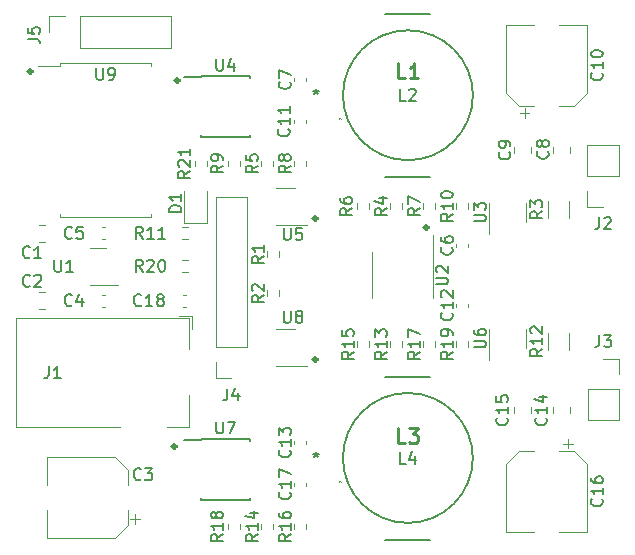
<source format=gbr>
%TF.GenerationSoftware,KiCad,Pcbnew,7.0.8*%
%TF.CreationDate,2023-11-10T01:16:26-06:00*%
%TF.ProjectId,LightingBoard,4c696768-7469-46e6-9742-6f6172642e6b,rev?*%
%TF.SameCoordinates,Original*%
%TF.FileFunction,Legend,Top*%
%TF.FilePolarity,Positive*%
%FSLAX46Y46*%
G04 Gerber Fmt 4.6, Leading zero omitted, Abs format (unit mm)*
G04 Created by KiCad (PCBNEW 7.0.8) date 2023-11-10 01:16:26*
%MOMM*%
%LPD*%
G01*
G04 APERTURE LIST*
%ADD10C,0.329000*%
%ADD11C,0.150000*%
%ADD12C,0.254000*%
%ADD13C,0.120000*%
%ADD14C,0.152400*%
%ADD15C,0.100000*%
%ADD16C,0.200000*%
G04 APERTURE END LIST*
D10*
X109130500Y-57404000D02*
G75*
G03*
X109130500Y-57404000I-164500J0D01*
G01*
X121576500Y-58166000D02*
G75*
G03*
X121576500Y-58166000I-164500J0D01*
G01*
X133260500Y-69850000D02*
G75*
G03*
X133260500Y-69850000I-164500J0D01*
G01*
X142658500Y-70612000D02*
G75*
G03*
X142658500Y-70612000I-164500J0D01*
G01*
X133260500Y-81788000D02*
G75*
G03*
X133260500Y-81788000I-164500J0D01*
G01*
X121322500Y-89154000D02*
G75*
G03*
X121322500Y-89154000I-164500J0D01*
G01*
D11*
X122468819Y-65857857D02*
X121992628Y-66191190D01*
X122468819Y-66429285D02*
X121468819Y-66429285D01*
X121468819Y-66429285D02*
X121468819Y-66048333D01*
X121468819Y-66048333D02*
X121516438Y-65953095D01*
X121516438Y-65953095D02*
X121564057Y-65905476D01*
X121564057Y-65905476D02*
X121659295Y-65857857D01*
X121659295Y-65857857D02*
X121802152Y-65857857D01*
X121802152Y-65857857D02*
X121897390Y-65905476D01*
X121897390Y-65905476D02*
X121945009Y-65953095D01*
X121945009Y-65953095D02*
X121992628Y-66048333D01*
X121992628Y-66048333D02*
X121992628Y-66429285D01*
X121564057Y-65476904D02*
X121516438Y-65429285D01*
X121516438Y-65429285D02*
X121468819Y-65334047D01*
X121468819Y-65334047D02*
X121468819Y-65095952D01*
X121468819Y-65095952D02*
X121516438Y-65000714D01*
X121516438Y-65000714D02*
X121564057Y-64953095D01*
X121564057Y-64953095D02*
X121659295Y-64905476D01*
X121659295Y-64905476D02*
X121754533Y-64905476D01*
X121754533Y-64905476D02*
X121897390Y-64953095D01*
X121897390Y-64953095D02*
X122468819Y-65524523D01*
X122468819Y-65524523D02*
X122468819Y-64905476D01*
X122468819Y-63953095D02*
X122468819Y-64524523D01*
X122468819Y-64238809D02*
X121468819Y-64238809D01*
X121468819Y-64238809D02*
X121611676Y-64334047D01*
X121611676Y-64334047D02*
X121706914Y-64429285D01*
X121706914Y-64429285D02*
X121754533Y-64524523D01*
X121740819Y-69318094D02*
X120740819Y-69318094D01*
X120740819Y-69318094D02*
X120740819Y-69079999D01*
X120740819Y-69079999D02*
X120788438Y-68937142D01*
X120788438Y-68937142D02*
X120883676Y-68841904D01*
X120883676Y-68841904D02*
X120978914Y-68794285D01*
X120978914Y-68794285D02*
X121169390Y-68746666D01*
X121169390Y-68746666D02*
X121312247Y-68746666D01*
X121312247Y-68746666D02*
X121502723Y-68794285D01*
X121502723Y-68794285D02*
X121597961Y-68841904D01*
X121597961Y-68841904D02*
X121693200Y-68937142D01*
X121693200Y-68937142D02*
X121740819Y-69079999D01*
X121740819Y-69079999D02*
X121740819Y-69318094D01*
X121740819Y-67794285D02*
X121740819Y-68365713D01*
X121740819Y-68079999D02*
X120740819Y-68079999D01*
X120740819Y-68079999D02*
X120883676Y-68175237D01*
X120883676Y-68175237D02*
X120978914Y-68270475D01*
X120978914Y-68270475D02*
X121026533Y-68365713D01*
X108926333Y-73130580D02*
X108878714Y-73178200D01*
X108878714Y-73178200D02*
X108735857Y-73225819D01*
X108735857Y-73225819D02*
X108640619Y-73225819D01*
X108640619Y-73225819D02*
X108497762Y-73178200D01*
X108497762Y-73178200D02*
X108402524Y-73082961D01*
X108402524Y-73082961D02*
X108354905Y-72987723D01*
X108354905Y-72987723D02*
X108307286Y-72797247D01*
X108307286Y-72797247D02*
X108307286Y-72654390D01*
X108307286Y-72654390D02*
X108354905Y-72463914D01*
X108354905Y-72463914D02*
X108402524Y-72368676D01*
X108402524Y-72368676D02*
X108497762Y-72273438D01*
X108497762Y-72273438D02*
X108640619Y-72225819D01*
X108640619Y-72225819D02*
X108735857Y-72225819D01*
X108735857Y-72225819D02*
X108878714Y-72273438D01*
X108878714Y-72273438D02*
X108926333Y-72321057D01*
X109878714Y-73225819D02*
X109307286Y-73225819D01*
X109593000Y-73225819D02*
X109593000Y-72225819D01*
X109593000Y-72225819D02*
X109497762Y-72368676D01*
X109497762Y-72368676D02*
X109402524Y-72463914D01*
X109402524Y-72463914D02*
X109307286Y-72511533D01*
X149523580Y-64240666D02*
X149571200Y-64288285D01*
X149571200Y-64288285D02*
X149618819Y-64431142D01*
X149618819Y-64431142D02*
X149618819Y-64526380D01*
X149618819Y-64526380D02*
X149571200Y-64669237D01*
X149571200Y-64669237D02*
X149475961Y-64764475D01*
X149475961Y-64764475D02*
X149380723Y-64812094D01*
X149380723Y-64812094D02*
X149190247Y-64859713D01*
X149190247Y-64859713D02*
X149047390Y-64859713D01*
X149047390Y-64859713D02*
X148856914Y-64812094D01*
X148856914Y-64812094D02*
X148761676Y-64764475D01*
X148761676Y-64764475D02*
X148666438Y-64669237D01*
X148666438Y-64669237D02*
X148618819Y-64526380D01*
X148618819Y-64526380D02*
X148618819Y-64431142D01*
X148618819Y-64431142D02*
X148666438Y-64288285D01*
X148666438Y-64288285D02*
X148714057Y-64240666D01*
X149618819Y-63764475D02*
X149618819Y-63573999D01*
X149618819Y-63573999D02*
X149571200Y-63478761D01*
X149571200Y-63478761D02*
X149523580Y-63431142D01*
X149523580Y-63431142D02*
X149380723Y-63335904D01*
X149380723Y-63335904D02*
X149190247Y-63288285D01*
X149190247Y-63288285D02*
X148809295Y-63288285D01*
X148809295Y-63288285D02*
X148714057Y-63335904D01*
X148714057Y-63335904D02*
X148666438Y-63383523D01*
X148666438Y-63383523D02*
X148618819Y-63478761D01*
X148618819Y-63478761D02*
X148618819Y-63669237D01*
X148618819Y-63669237D02*
X148666438Y-63764475D01*
X148666438Y-63764475D02*
X148714057Y-63812094D01*
X148714057Y-63812094D02*
X148809295Y-63859713D01*
X148809295Y-63859713D02*
X149047390Y-63859713D01*
X149047390Y-63859713D02*
X149142628Y-63812094D01*
X149142628Y-63812094D02*
X149190247Y-63764475D01*
X149190247Y-63764475D02*
X149237866Y-63669237D01*
X149237866Y-63669237D02*
X149237866Y-63478761D01*
X149237866Y-63478761D02*
X149190247Y-63383523D01*
X149190247Y-63383523D02*
X149142628Y-63335904D01*
X149142628Y-63335904D02*
X149047390Y-63288285D01*
X141932819Y-81160857D02*
X141456628Y-81494190D01*
X141932819Y-81732285D02*
X140932819Y-81732285D01*
X140932819Y-81732285D02*
X140932819Y-81351333D01*
X140932819Y-81351333D02*
X140980438Y-81256095D01*
X140980438Y-81256095D02*
X141028057Y-81208476D01*
X141028057Y-81208476D02*
X141123295Y-81160857D01*
X141123295Y-81160857D02*
X141266152Y-81160857D01*
X141266152Y-81160857D02*
X141361390Y-81208476D01*
X141361390Y-81208476D02*
X141409009Y-81256095D01*
X141409009Y-81256095D02*
X141456628Y-81351333D01*
X141456628Y-81351333D02*
X141456628Y-81732285D01*
X141932819Y-80208476D02*
X141932819Y-80779904D01*
X141932819Y-80494190D02*
X140932819Y-80494190D01*
X140932819Y-80494190D02*
X141075676Y-80589428D01*
X141075676Y-80589428D02*
X141170914Y-80684666D01*
X141170914Y-80684666D02*
X141218533Y-80779904D01*
X140932819Y-79875142D02*
X140932819Y-79208476D01*
X140932819Y-79208476D02*
X141932819Y-79637047D01*
X118483142Y-74368819D02*
X118149809Y-73892628D01*
X117911714Y-74368819D02*
X117911714Y-73368819D01*
X117911714Y-73368819D02*
X118292666Y-73368819D01*
X118292666Y-73368819D02*
X118387904Y-73416438D01*
X118387904Y-73416438D02*
X118435523Y-73464057D01*
X118435523Y-73464057D02*
X118483142Y-73559295D01*
X118483142Y-73559295D02*
X118483142Y-73702152D01*
X118483142Y-73702152D02*
X118435523Y-73797390D01*
X118435523Y-73797390D02*
X118387904Y-73845009D01*
X118387904Y-73845009D02*
X118292666Y-73892628D01*
X118292666Y-73892628D02*
X117911714Y-73892628D01*
X118864095Y-73464057D02*
X118911714Y-73416438D01*
X118911714Y-73416438D02*
X119006952Y-73368819D01*
X119006952Y-73368819D02*
X119245047Y-73368819D01*
X119245047Y-73368819D02*
X119340285Y-73416438D01*
X119340285Y-73416438D02*
X119387904Y-73464057D01*
X119387904Y-73464057D02*
X119435523Y-73559295D01*
X119435523Y-73559295D02*
X119435523Y-73654533D01*
X119435523Y-73654533D02*
X119387904Y-73797390D01*
X119387904Y-73797390D02*
X118816476Y-74368819D01*
X118816476Y-74368819D02*
X119435523Y-74368819D01*
X120054571Y-73368819D02*
X120149809Y-73368819D01*
X120149809Y-73368819D02*
X120245047Y-73416438D01*
X120245047Y-73416438D02*
X120292666Y-73464057D01*
X120292666Y-73464057D02*
X120340285Y-73559295D01*
X120340285Y-73559295D02*
X120387904Y-73749771D01*
X120387904Y-73749771D02*
X120387904Y-73987866D01*
X120387904Y-73987866D02*
X120340285Y-74178342D01*
X120340285Y-74178342D02*
X120292666Y-74273580D01*
X120292666Y-74273580D02*
X120245047Y-74321200D01*
X120245047Y-74321200D02*
X120149809Y-74368819D01*
X120149809Y-74368819D02*
X120054571Y-74368819D01*
X120054571Y-74368819D02*
X119959333Y-74321200D01*
X119959333Y-74321200D02*
X119911714Y-74273580D01*
X119911714Y-74273580D02*
X119864095Y-74178342D01*
X119864095Y-74178342D02*
X119816476Y-73987866D01*
X119816476Y-73987866D02*
X119816476Y-73749771D01*
X119816476Y-73749771D02*
X119864095Y-73559295D01*
X119864095Y-73559295D02*
X119911714Y-73464057D01*
X119911714Y-73464057D02*
X119959333Y-73416438D01*
X119959333Y-73416438D02*
X120054571Y-73368819D01*
X152603580Y-86748857D02*
X152651200Y-86796476D01*
X152651200Y-86796476D02*
X152698819Y-86939333D01*
X152698819Y-86939333D02*
X152698819Y-87034571D01*
X152698819Y-87034571D02*
X152651200Y-87177428D01*
X152651200Y-87177428D02*
X152555961Y-87272666D01*
X152555961Y-87272666D02*
X152460723Y-87320285D01*
X152460723Y-87320285D02*
X152270247Y-87367904D01*
X152270247Y-87367904D02*
X152127390Y-87367904D01*
X152127390Y-87367904D02*
X151936914Y-87320285D01*
X151936914Y-87320285D02*
X151841676Y-87272666D01*
X151841676Y-87272666D02*
X151746438Y-87177428D01*
X151746438Y-87177428D02*
X151698819Y-87034571D01*
X151698819Y-87034571D02*
X151698819Y-86939333D01*
X151698819Y-86939333D02*
X151746438Y-86796476D01*
X151746438Y-86796476D02*
X151794057Y-86748857D01*
X152698819Y-85796476D02*
X152698819Y-86367904D01*
X152698819Y-86082190D02*
X151698819Y-86082190D01*
X151698819Y-86082190D02*
X151841676Y-86177428D01*
X151841676Y-86177428D02*
X151936914Y-86272666D01*
X151936914Y-86272666D02*
X151984533Y-86367904D01*
X152032152Y-84939333D02*
X152698819Y-84939333D01*
X151651200Y-85177428D02*
X152365485Y-85415523D01*
X152365485Y-85415523D02*
X152365485Y-84796476D01*
X136184819Y-69000666D02*
X135708628Y-69333999D01*
X136184819Y-69572094D02*
X135184819Y-69572094D01*
X135184819Y-69572094D02*
X135184819Y-69191142D01*
X135184819Y-69191142D02*
X135232438Y-69095904D01*
X135232438Y-69095904D02*
X135280057Y-69048285D01*
X135280057Y-69048285D02*
X135375295Y-69000666D01*
X135375295Y-69000666D02*
X135518152Y-69000666D01*
X135518152Y-69000666D02*
X135613390Y-69048285D01*
X135613390Y-69048285D02*
X135661009Y-69095904D01*
X135661009Y-69095904D02*
X135708628Y-69191142D01*
X135708628Y-69191142D02*
X135708628Y-69572094D01*
X135184819Y-68143523D02*
X135184819Y-68333999D01*
X135184819Y-68333999D02*
X135232438Y-68429237D01*
X135232438Y-68429237D02*
X135280057Y-68476856D01*
X135280057Y-68476856D02*
X135422914Y-68572094D01*
X135422914Y-68572094D02*
X135613390Y-68619713D01*
X135613390Y-68619713D02*
X135994342Y-68619713D01*
X135994342Y-68619713D02*
X136089580Y-68572094D01*
X136089580Y-68572094D02*
X136137200Y-68524475D01*
X136137200Y-68524475D02*
X136184819Y-68429237D01*
X136184819Y-68429237D02*
X136184819Y-68238761D01*
X136184819Y-68238761D02*
X136137200Y-68143523D01*
X136137200Y-68143523D02*
X136089580Y-68095904D01*
X136089580Y-68095904D02*
X135994342Y-68048285D01*
X135994342Y-68048285D02*
X135756247Y-68048285D01*
X135756247Y-68048285D02*
X135661009Y-68095904D01*
X135661009Y-68095904D02*
X135613390Y-68143523D01*
X135613390Y-68143523D02*
X135565771Y-68238761D01*
X135565771Y-68238761D02*
X135565771Y-68429237D01*
X135565771Y-68429237D02*
X135613390Y-68524475D01*
X135613390Y-68524475D02*
X135661009Y-68572094D01*
X135661009Y-68572094D02*
X135756247Y-68619713D01*
X146520819Y-70103904D02*
X147330342Y-70103904D01*
X147330342Y-70103904D02*
X147425580Y-70056285D01*
X147425580Y-70056285D02*
X147473200Y-70008666D01*
X147473200Y-70008666D02*
X147520819Y-69913428D01*
X147520819Y-69913428D02*
X147520819Y-69722952D01*
X147520819Y-69722952D02*
X147473200Y-69627714D01*
X147473200Y-69627714D02*
X147425580Y-69580095D01*
X147425580Y-69580095D02*
X147330342Y-69532476D01*
X147330342Y-69532476D02*
X146520819Y-69532476D01*
X146520819Y-69151523D02*
X146520819Y-68532476D01*
X146520819Y-68532476D02*
X146901771Y-68865809D01*
X146901771Y-68865809D02*
X146901771Y-68722952D01*
X146901771Y-68722952D02*
X146949390Y-68627714D01*
X146949390Y-68627714D02*
X146997009Y-68580095D01*
X146997009Y-68580095D02*
X147092247Y-68532476D01*
X147092247Y-68532476D02*
X147330342Y-68532476D01*
X147330342Y-68532476D02*
X147425580Y-68580095D01*
X147425580Y-68580095D02*
X147473200Y-68627714D01*
X147473200Y-68627714D02*
X147520819Y-68722952D01*
X147520819Y-68722952D02*
X147520819Y-69008666D01*
X147520819Y-69008666D02*
X147473200Y-69103904D01*
X147473200Y-69103904D02*
X147425580Y-69151523D01*
X136344819Y-81160857D02*
X135868628Y-81494190D01*
X136344819Y-81732285D02*
X135344819Y-81732285D01*
X135344819Y-81732285D02*
X135344819Y-81351333D01*
X135344819Y-81351333D02*
X135392438Y-81256095D01*
X135392438Y-81256095D02*
X135440057Y-81208476D01*
X135440057Y-81208476D02*
X135535295Y-81160857D01*
X135535295Y-81160857D02*
X135678152Y-81160857D01*
X135678152Y-81160857D02*
X135773390Y-81208476D01*
X135773390Y-81208476D02*
X135821009Y-81256095D01*
X135821009Y-81256095D02*
X135868628Y-81351333D01*
X135868628Y-81351333D02*
X135868628Y-81732285D01*
X136344819Y-80208476D02*
X136344819Y-80779904D01*
X136344819Y-80494190D02*
X135344819Y-80494190D01*
X135344819Y-80494190D02*
X135487676Y-80589428D01*
X135487676Y-80589428D02*
X135582914Y-80684666D01*
X135582914Y-80684666D02*
X135630533Y-80779904D01*
X135344819Y-79303714D02*
X135344819Y-79779904D01*
X135344819Y-79779904D02*
X135821009Y-79827523D01*
X135821009Y-79827523D02*
X135773390Y-79779904D01*
X135773390Y-79779904D02*
X135725771Y-79684666D01*
X135725771Y-79684666D02*
X135725771Y-79446571D01*
X135725771Y-79446571D02*
X135773390Y-79351333D01*
X135773390Y-79351333D02*
X135821009Y-79303714D01*
X135821009Y-79303714D02*
X135916247Y-79256095D01*
X135916247Y-79256095D02*
X136154342Y-79256095D01*
X136154342Y-79256095D02*
X136249580Y-79303714D01*
X136249580Y-79303714D02*
X136297200Y-79351333D01*
X136297200Y-79351333D02*
X136344819Y-79446571D01*
X136344819Y-79446571D02*
X136344819Y-79684666D01*
X136344819Y-79684666D02*
X136297200Y-79779904D01*
X136297200Y-79779904D02*
X136249580Y-79827523D01*
X131010819Y-96591857D02*
X130534628Y-96925190D01*
X131010819Y-97163285D02*
X130010819Y-97163285D01*
X130010819Y-97163285D02*
X130010819Y-96782333D01*
X130010819Y-96782333D02*
X130058438Y-96687095D01*
X130058438Y-96687095D02*
X130106057Y-96639476D01*
X130106057Y-96639476D02*
X130201295Y-96591857D01*
X130201295Y-96591857D02*
X130344152Y-96591857D01*
X130344152Y-96591857D02*
X130439390Y-96639476D01*
X130439390Y-96639476D02*
X130487009Y-96687095D01*
X130487009Y-96687095D02*
X130534628Y-96782333D01*
X130534628Y-96782333D02*
X130534628Y-97163285D01*
X131010819Y-95639476D02*
X131010819Y-96210904D01*
X131010819Y-95925190D02*
X130010819Y-95925190D01*
X130010819Y-95925190D02*
X130153676Y-96020428D01*
X130153676Y-96020428D02*
X130248914Y-96115666D01*
X130248914Y-96115666D02*
X130296533Y-96210904D01*
X130010819Y-94782333D02*
X130010819Y-94972809D01*
X130010819Y-94972809D02*
X130058438Y-95068047D01*
X130058438Y-95068047D02*
X130106057Y-95115666D01*
X130106057Y-95115666D02*
X130248914Y-95210904D01*
X130248914Y-95210904D02*
X130439390Y-95258523D01*
X130439390Y-95258523D02*
X130820342Y-95258523D01*
X130820342Y-95258523D02*
X130915580Y-95210904D01*
X130915580Y-95210904D02*
X130963200Y-95163285D01*
X130963200Y-95163285D02*
X131010819Y-95068047D01*
X131010819Y-95068047D02*
X131010819Y-94877571D01*
X131010819Y-94877571D02*
X130963200Y-94782333D01*
X130963200Y-94782333D02*
X130915580Y-94734714D01*
X130915580Y-94734714D02*
X130820342Y-94687095D01*
X130820342Y-94687095D02*
X130582247Y-94687095D01*
X130582247Y-94687095D02*
X130487009Y-94734714D01*
X130487009Y-94734714D02*
X130439390Y-94782333D01*
X130439390Y-94782333D02*
X130391771Y-94877571D01*
X130391771Y-94877571D02*
X130391771Y-95068047D01*
X130391771Y-95068047D02*
X130439390Y-95163285D01*
X130439390Y-95163285D02*
X130487009Y-95210904D01*
X130487009Y-95210904D02*
X130582247Y-95258523D01*
X110998095Y-73368819D02*
X110998095Y-74178342D01*
X110998095Y-74178342D02*
X111045714Y-74273580D01*
X111045714Y-74273580D02*
X111093333Y-74321200D01*
X111093333Y-74321200D02*
X111188571Y-74368819D01*
X111188571Y-74368819D02*
X111379047Y-74368819D01*
X111379047Y-74368819D02*
X111474285Y-74321200D01*
X111474285Y-74321200D02*
X111521904Y-74273580D01*
X111521904Y-74273580D02*
X111569523Y-74178342D01*
X111569523Y-74178342D02*
X111569523Y-73368819D01*
X112569523Y-74368819D02*
X111998095Y-74368819D01*
X112283809Y-74368819D02*
X112283809Y-73368819D01*
X112283809Y-73368819D02*
X112188571Y-73511676D01*
X112188571Y-73511676D02*
X112093333Y-73606914D01*
X112093333Y-73606914D02*
X111998095Y-73654533D01*
X112482333Y-77194580D02*
X112434714Y-77242200D01*
X112434714Y-77242200D02*
X112291857Y-77289819D01*
X112291857Y-77289819D02*
X112196619Y-77289819D01*
X112196619Y-77289819D02*
X112053762Y-77242200D01*
X112053762Y-77242200D02*
X111958524Y-77146961D01*
X111958524Y-77146961D02*
X111910905Y-77051723D01*
X111910905Y-77051723D02*
X111863286Y-76861247D01*
X111863286Y-76861247D02*
X111863286Y-76718390D01*
X111863286Y-76718390D02*
X111910905Y-76527914D01*
X111910905Y-76527914D02*
X111958524Y-76432676D01*
X111958524Y-76432676D02*
X112053762Y-76337438D01*
X112053762Y-76337438D02*
X112196619Y-76289819D01*
X112196619Y-76289819D02*
X112291857Y-76289819D01*
X112291857Y-76289819D02*
X112434714Y-76337438D01*
X112434714Y-76337438D02*
X112482333Y-76385057D01*
X113339476Y-76623152D02*
X113339476Y-77289819D01*
X113101381Y-76242200D02*
X112863286Y-76956485D01*
X112863286Y-76956485D02*
X113482333Y-76956485D01*
X146520819Y-80771904D02*
X147330342Y-80771904D01*
X147330342Y-80771904D02*
X147425580Y-80724285D01*
X147425580Y-80724285D02*
X147473200Y-80676666D01*
X147473200Y-80676666D02*
X147520819Y-80581428D01*
X147520819Y-80581428D02*
X147520819Y-80390952D01*
X147520819Y-80390952D02*
X147473200Y-80295714D01*
X147473200Y-80295714D02*
X147425580Y-80248095D01*
X147425580Y-80248095D02*
X147330342Y-80200476D01*
X147330342Y-80200476D02*
X146520819Y-80200476D01*
X146520819Y-79295714D02*
X146520819Y-79486190D01*
X146520819Y-79486190D02*
X146568438Y-79581428D01*
X146568438Y-79581428D02*
X146616057Y-79629047D01*
X146616057Y-79629047D02*
X146758914Y-79724285D01*
X146758914Y-79724285D02*
X146949390Y-79771904D01*
X146949390Y-79771904D02*
X147330342Y-79771904D01*
X147330342Y-79771904D02*
X147425580Y-79724285D01*
X147425580Y-79724285D02*
X147473200Y-79676666D01*
X147473200Y-79676666D02*
X147520819Y-79581428D01*
X147520819Y-79581428D02*
X147520819Y-79390952D01*
X147520819Y-79390952D02*
X147473200Y-79295714D01*
X147473200Y-79295714D02*
X147425580Y-79248095D01*
X147425580Y-79248095D02*
X147330342Y-79200476D01*
X147330342Y-79200476D02*
X147092247Y-79200476D01*
X147092247Y-79200476D02*
X146997009Y-79248095D01*
X146997009Y-79248095D02*
X146949390Y-79295714D01*
X146949390Y-79295714D02*
X146901771Y-79390952D01*
X146901771Y-79390952D02*
X146901771Y-79581428D01*
X146901771Y-79581428D02*
X146949390Y-79676666D01*
X146949390Y-79676666D02*
X146997009Y-79724285D01*
X146997009Y-79724285D02*
X147092247Y-79771904D01*
X130915580Y-58269666D02*
X130963200Y-58317285D01*
X130963200Y-58317285D02*
X131010819Y-58460142D01*
X131010819Y-58460142D02*
X131010819Y-58555380D01*
X131010819Y-58555380D02*
X130963200Y-58698237D01*
X130963200Y-58698237D02*
X130867961Y-58793475D01*
X130867961Y-58793475D02*
X130772723Y-58841094D01*
X130772723Y-58841094D02*
X130582247Y-58888713D01*
X130582247Y-58888713D02*
X130439390Y-58888713D01*
X130439390Y-58888713D02*
X130248914Y-58841094D01*
X130248914Y-58841094D02*
X130153676Y-58793475D01*
X130153676Y-58793475D02*
X130058438Y-58698237D01*
X130058438Y-58698237D02*
X130010819Y-58555380D01*
X130010819Y-58555380D02*
X130010819Y-58460142D01*
X130010819Y-58460142D02*
X130058438Y-58317285D01*
X130058438Y-58317285D02*
X130106057Y-58269666D01*
X130010819Y-57936332D02*
X130010819Y-57269666D01*
X130010819Y-57269666D02*
X131010819Y-57698237D01*
X152304819Y-80906857D02*
X151828628Y-81240190D01*
X152304819Y-81478285D02*
X151304819Y-81478285D01*
X151304819Y-81478285D02*
X151304819Y-81097333D01*
X151304819Y-81097333D02*
X151352438Y-81002095D01*
X151352438Y-81002095D02*
X151400057Y-80954476D01*
X151400057Y-80954476D02*
X151495295Y-80906857D01*
X151495295Y-80906857D02*
X151638152Y-80906857D01*
X151638152Y-80906857D02*
X151733390Y-80954476D01*
X151733390Y-80954476D02*
X151781009Y-81002095D01*
X151781009Y-81002095D02*
X151828628Y-81097333D01*
X151828628Y-81097333D02*
X151828628Y-81478285D01*
X152304819Y-79954476D02*
X152304819Y-80525904D01*
X152304819Y-80240190D02*
X151304819Y-80240190D01*
X151304819Y-80240190D02*
X151447676Y-80335428D01*
X151447676Y-80335428D02*
X151542914Y-80430666D01*
X151542914Y-80430666D02*
X151590533Y-80525904D01*
X151400057Y-79573523D02*
X151352438Y-79525904D01*
X151352438Y-79525904D02*
X151304819Y-79430666D01*
X151304819Y-79430666D02*
X151304819Y-79192571D01*
X151304819Y-79192571D02*
X151352438Y-79097333D01*
X151352438Y-79097333D02*
X151400057Y-79049714D01*
X151400057Y-79049714D02*
X151495295Y-79002095D01*
X151495295Y-79002095D02*
X151590533Y-79002095D01*
X151590533Y-79002095D02*
X151733390Y-79049714D01*
X151733390Y-79049714D02*
X152304819Y-79621142D01*
X152304819Y-79621142D02*
X152304819Y-79002095D01*
X128216819Y-96591857D02*
X127740628Y-96925190D01*
X128216819Y-97163285D02*
X127216819Y-97163285D01*
X127216819Y-97163285D02*
X127216819Y-96782333D01*
X127216819Y-96782333D02*
X127264438Y-96687095D01*
X127264438Y-96687095D02*
X127312057Y-96639476D01*
X127312057Y-96639476D02*
X127407295Y-96591857D01*
X127407295Y-96591857D02*
X127550152Y-96591857D01*
X127550152Y-96591857D02*
X127645390Y-96639476D01*
X127645390Y-96639476D02*
X127693009Y-96687095D01*
X127693009Y-96687095D02*
X127740628Y-96782333D01*
X127740628Y-96782333D02*
X127740628Y-97163285D01*
X128216819Y-95639476D02*
X128216819Y-96210904D01*
X128216819Y-95925190D02*
X127216819Y-95925190D01*
X127216819Y-95925190D02*
X127359676Y-96020428D01*
X127359676Y-96020428D02*
X127454914Y-96115666D01*
X127454914Y-96115666D02*
X127502533Y-96210904D01*
X127550152Y-94782333D02*
X128216819Y-94782333D01*
X127169200Y-95020428D02*
X127883485Y-95258523D01*
X127883485Y-95258523D02*
X127883485Y-94639476D01*
X110537666Y-82385819D02*
X110537666Y-83100104D01*
X110537666Y-83100104D02*
X110490047Y-83242961D01*
X110490047Y-83242961D02*
X110394809Y-83338200D01*
X110394809Y-83338200D02*
X110251952Y-83385819D01*
X110251952Y-83385819D02*
X110156714Y-83385819D01*
X111537666Y-83385819D02*
X110966238Y-83385819D01*
X111251952Y-83385819D02*
X111251952Y-82385819D01*
X111251952Y-82385819D02*
X111156714Y-82528676D01*
X111156714Y-82528676D02*
X111061476Y-82623914D01*
X111061476Y-82623914D02*
X110966238Y-82671533D01*
X128216819Y-65381666D02*
X127740628Y-65714999D01*
X128216819Y-65953094D02*
X127216819Y-65953094D01*
X127216819Y-65953094D02*
X127216819Y-65572142D01*
X127216819Y-65572142D02*
X127264438Y-65476904D01*
X127264438Y-65476904D02*
X127312057Y-65429285D01*
X127312057Y-65429285D02*
X127407295Y-65381666D01*
X127407295Y-65381666D02*
X127550152Y-65381666D01*
X127550152Y-65381666D02*
X127645390Y-65429285D01*
X127645390Y-65429285D02*
X127693009Y-65476904D01*
X127693009Y-65476904D02*
X127740628Y-65572142D01*
X127740628Y-65572142D02*
X127740628Y-65953094D01*
X127216819Y-64476904D02*
X127216819Y-64953094D01*
X127216819Y-64953094D02*
X127693009Y-65000713D01*
X127693009Y-65000713D02*
X127645390Y-64953094D01*
X127645390Y-64953094D02*
X127597771Y-64857856D01*
X127597771Y-64857856D02*
X127597771Y-64619761D01*
X127597771Y-64619761D02*
X127645390Y-64524523D01*
X127645390Y-64524523D02*
X127693009Y-64476904D01*
X127693009Y-64476904D02*
X127788247Y-64429285D01*
X127788247Y-64429285D02*
X128026342Y-64429285D01*
X128026342Y-64429285D02*
X128121580Y-64476904D01*
X128121580Y-64476904D02*
X128169200Y-64524523D01*
X128169200Y-64524523D02*
X128216819Y-64619761D01*
X128216819Y-64619761D02*
X128216819Y-64857856D01*
X128216819Y-64857856D02*
X128169200Y-64953094D01*
X128169200Y-64953094D02*
X128121580Y-65000713D01*
X118483142Y-71574819D02*
X118149809Y-71098628D01*
X117911714Y-71574819D02*
X117911714Y-70574819D01*
X117911714Y-70574819D02*
X118292666Y-70574819D01*
X118292666Y-70574819D02*
X118387904Y-70622438D01*
X118387904Y-70622438D02*
X118435523Y-70670057D01*
X118435523Y-70670057D02*
X118483142Y-70765295D01*
X118483142Y-70765295D02*
X118483142Y-70908152D01*
X118483142Y-70908152D02*
X118435523Y-71003390D01*
X118435523Y-71003390D02*
X118387904Y-71051009D01*
X118387904Y-71051009D02*
X118292666Y-71098628D01*
X118292666Y-71098628D02*
X117911714Y-71098628D01*
X119435523Y-71574819D02*
X118864095Y-71574819D01*
X119149809Y-71574819D02*
X119149809Y-70574819D01*
X119149809Y-70574819D02*
X119054571Y-70717676D01*
X119054571Y-70717676D02*
X118959333Y-70812914D01*
X118959333Y-70812914D02*
X118864095Y-70860533D01*
X120387904Y-71574819D02*
X119816476Y-71574819D01*
X120102190Y-71574819D02*
X120102190Y-70574819D01*
X120102190Y-70574819D02*
X120006952Y-70717676D01*
X120006952Y-70717676D02*
X119911714Y-70812914D01*
X119911714Y-70812914D02*
X119816476Y-70860533D01*
X140752533Y-59890819D02*
X140276343Y-59890819D01*
X140276343Y-59890819D02*
X140276343Y-58890819D01*
X141038248Y-58986057D02*
X141085867Y-58938438D01*
X141085867Y-58938438D02*
X141181105Y-58890819D01*
X141181105Y-58890819D02*
X141419200Y-58890819D01*
X141419200Y-58890819D02*
X141514438Y-58938438D01*
X141514438Y-58938438D02*
X141562057Y-58986057D01*
X141562057Y-58986057D02*
X141609676Y-59081295D01*
X141609676Y-59081295D02*
X141609676Y-59176533D01*
X141609676Y-59176533D02*
X141562057Y-59319390D01*
X141562057Y-59319390D02*
X140990629Y-59890819D01*
X140990629Y-59890819D02*
X141609676Y-59890819D01*
X133146800Y-58890819D02*
X133146800Y-59128914D01*
X132908705Y-59033676D02*
X133146800Y-59128914D01*
X133146800Y-59128914D02*
X133384895Y-59033676D01*
X133003943Y-59319390D02*
X133146800Y-59128914D01*
X133146800Y-59128914D02*
X133289657Y-59319390D01*
X133146800Y-58890819D02*
X133146800Y-59128914D01*
X132908705Y-59033676D02*
X133146800Y-59128914D01*
X133146800Y-59128914D02*
X133384895Y-59033676D01*
X133003943Y-59319390D02*
X133146800Y-59128914D01*
X133146800Y-59128914D02*
X133289657Y-59319390D01*
X152759580Y-64174666D02*
X152807200Y-64222285D01*
X152807200Y-64222285D02*
X152854819Y-64365142D01*
X152854819Y-64365142D02*
X152854819Y-64460380D01*
X152854819Y-64460380D02*
X152807200Y-64603237D01*
X152807200Y-64603237D02*
X152711961Y-64698475D01*
X152711961Y-64698475D02*
X152616723Y-64746094D01*
X152616723Y-64746094D02*
X152426247Y-64793713D01*
X152426247Y-64793713D02*
X152283390Y-64793713D01*
X152283390Y-64793713D02*
X152092914Y-64746094D01*
X152092914Y-64746094D02*
X151997676Y-64698475D01*
X151997676Y-64698475D02*
X151902438Y-64603237D01*
X151902438Y-64603237D02*
X151854819Y-64460380D01*
X151854819Y-64460380D02*
X151854819Y-64365142D01*
X151854819Y-64365142D02*
X151902438Y-64222285D01*
X151902438Y-64222285D02*
X151950057Y-64174666D01*
X152283390Y-63603237D02*
X152235771Y-63698475D01*
X152235771Y-63698475D02*
X152188152Y-63746094D01*
X152188152Y-63746094D02*
X152092914Y-63793713D01*
X152092914Y-63793713D02*
X152045295Y-63793713D01*
X152045295Y-63793713D02*
X151950057Y-63746094D01*
X151950057Y-63746094D02*
X151902438Y-63698475D01*
X151902438Y-63698475D02*
X151854819Y-63603237D01*
X151854819Y-63603237D02*
X151854819Y-63412761D01*
X151854819Y-63412761D02*
X151902438Y-63317523D01*
X151902438Y-63317523D02*
X151950057Y-63269904D01*
X151950057Y-63269904D02*
X152045295Y-63222285D01*
X152045295Y-63222285D02*
X152092914Y-63222285D01*
X152092914Y-63222285D02*
X152188152Y-63269904D01*
X152188152Y-63269904D02*
X152235771Y-63317523D01*
X152235771Y-63317523D02*
X152283390Y-63412761D01*
X152283390Y-63412761D02*
X152283390Y-63603237D01*
X152283390Y-63603237D02*
X152331009Y-63698475D01*
X152331009Y-63698475D02*
X152378628Y-63746094D01*
X152378628Y-63746094D02*
X152473866Y-63793713D01*
X152473866Y-63793713D02*
X152664342Y-63793713D01*
X152664342Y-63793713D02*
X152759580Y-63746094D01*
X152759580Y-63746094D02*
X152807200Y-63698475D01*
X152807200Y-63698475D02*
X152854819Y-63603237D01*
X152854819Y-63603237D02*
X152854819Y-63412761D01*
X152854819Y-63412761D02*
X152807200Y-63317523D01*
X152807200Y-63317523D02*
X152759580Y-63269904D01*
X152759580Y-63269904D02*
X152664342Y-63222285D01*
X152664342Y-63222285D02*
X152473866Y-63222285D01*
X152473866Y-63222285D02*
X152378628Y-63269904D01*
X152378628Y-63269904D02*
X152331009Y-63317523D01*
X152331009Y-63317523D02*
X152283390Y-63412761D01*
X139138819Y-69000666D02*
X138662628Y-69333999D01*
X139138819Y-69572094D02*
X138138819Y-69572094D01*
X138138819Y-69572094D02*
X138138819Y-69191142D01*
X138138819Y-69191142D02*
X138186438Y-69095904D01*
X138186438Y-69095904D02*
X138234057Y-69048285D01*
X138234057Y-69048285D02*
X138329295Y-69000666D01*
X138329295Y-69000666D02*
X138472152Y-69000666D01*
X138472152Y-69000666D02*
X138567390Y-69048285D01*
X138567390Y-69048285D02*
X138615009Y-69095904D01*
X138615009Y-69095904D02*
X138662628Y-69191142D01*
X138662628Y-69191142D02*
X138662628Y-69572094D01*
X138472152Y-68143523D02*
X139138819Y-68143523D01*
X138091200Y-68381618D02*
X138805485Y-68619713D01*
X138805485Y-68619713D02*
X138805485Y-68000666D01*
X125650666Y-84266819D02*
X125650666Y-84981104D01*
X125650666Y-84981104D02*
X125603047Y-85123961D01*
X125603047Y-85123961D02*
X125507809Y-85219200D01*
X125507809Y-85219200D02*
X125364952Y-85266819D01*
X125364952Y-85266819D02*
X125269714Y-85266819D01*
X126555428Y-84600152D02*
X126555428Y-85266819D01*
X126317333Y-84219200D02*
X126079238Y-84933485D01*
X126079238Y-84933485D02*
X126698285Y-84933485D01*
X149301580Y-86748857D02*
X149349200Y-86796476D01*
X149349200Y-86796476D02*
X149396819Y-86939333D01*
X149396819Y-86939333D02*
X149396819Y-87034571D01*
X149396819Y-87034571D02*
X149349200Y-87177428D01*
X149349200Y-87177428D02*
X149253961Y-87272666D01*
X149253961Y-87272666D02*
X149158723Y-87320285D01*
X149158723Y-87320285D02*
X148968247Y-87367904D01*
X148968247Y-87367904D02*
X148825390Y-87367904D01*
X148825390Y-87367904D02*
X148634914Y-87320285D01*
X148634914Y-87320285D02*
X148539676Y-87272666D01*
X148539676Y-87272666D02*
X148444438Y-87177428D01*
X148444438Y-87177428D02*
X148396819Y-87034571D01*
X148396819Y-87034571D02*
X148396819Y-86939333D01*
X148396819Y-86939333D02*
X148444438Y-86796476D01*
X148444438Y-86796476D02*
X148492057Y-86748857D01*
X149396819Y-85796476D02*
X149396819Y-86367904D01*
X149396819Y-86082190D02*
X148396819Y-86082190D01*
X148396819Y-86082190D02*
X148539676Y-86177428D01*
X148539676Y-86177428D02*
X148634914Y-86272666D01*
X148634914Y-86272666D02*
X148682533Y-86367904D01*
X148396819Y-84891714D02*
X148396819Y-85367904D01*
X148396819Y-85367904D02*
X148873009Y-85415523D01*
X148873009Y-85415523D02*
X148825390Y-85367904D01*
X148825390Y-85367904D02*
X148777771Y-85272666D01*
X148777771Y-85272666D02*
X148777771Y-85034571D01*
X148777771Y-85034571D02*
X148825390Y-84939333D01*
X148825390Y-84939333D02*
X148873009Y-84891714D01*
X148873009Y-84891714D02*
X148968247Y-84844095D01*
X148968247Y-84844095D02*
X149206342Y-84844095D01*
X149206342Y-84844095D02*
X149301580Y-84891714D01*
X149301580Y-84891714D02*
X149349200Y-84939333D01*
X149349200Y-84939333D02*
X149396819Y-85034571D01*
X149396819Y-85034571D02*
X149396819Y-85272666D01*
X149396819Y-85272666D02*
X149349200Y-85367904D01*
X149349200Y-85367904D02*
X149301580Y-85415523D01*
X128724819Y-73064666D02*
X128248628Y-73397999D01*
X128724819Y-73636094D02*
X127724819Y-73636094D01*
X127724819Y-73636094D02*
X127724819Y-73255142D01*
X127724819Y-73255142D02*
X127772438Y-73159904D01*
X127772438Y-73159904D02*
X127820057Y-73112285D01*
X127820057Y-73112285D02*
X127915295Y-73064666D01*
X127915295Y-73064666D02*
X128058152Y-73064666D01*
X128058152Y-73064666D02*
X128153390Y-73112285D01*
X128153390Y-73112285D02*
X128201009Y-73159904D01*
X128201009Y-73159904D02*
X128248628Y-73255142D01*
X128248628Y-73255142D02*
X128248628Y-73636094D01*
X128724819Y-72112285D02*
X128724819Y-72683713D01*
X128724819Y-72397999D02*
X127724819Y-72397999D01*
X127724819Y-72397999D02*
X127867676Y-72493237D01*
X127867676Y-72493237D02*
X127962914Y-72588475D01*
X127962914Y-72588475D02*
X128010533Y-72683713D01*
X144631580Y-77858857D02*
X144679200Y-77906476D01*
X144679200Y-77906476D02*
X144726819Y-78049333D01*
X144726819Y-78049333D02*
X144726819Y-78144571D01*
X144726819Y-78144571D02*
X144679200Y-78287428D01*
X144679200Y-78287428D02*
X144583961Y-78382666D01*
X144583961Y-78382666D02*
X144488723Y-78430285D01*
X144488723Y-78430285D02*
X144298247Y-78477904D01*
X144298247Y-78477904D02*
X144155390Y-78477904D01*
X144155390Y-78477904D02*
X143964914Y-78430285D01*
X143964914Y-78430285D02*
X143869676Y-78382666D01*
X143869676Y-78382666D02*
X143774438Y-78287428D01*
X143774438Y-78287428D02*
X143726819Y-78144571D01*
X143726819Y-78144571D02*
X143726819Y-78049333D01*
X143726819Y-78049333D02*
X143774438Y-77906476D01*
X143774438Y-77906476D02*
X143822057Y-77858857D01*
X144726819Y-76906476D02*
X144726819Y-77477904D01*
X144726819Y-77192190D02*
X143726819Y-77192190D01*
X143726819Y-77192190D02*
X143869676Y-77287428D01*
X143869676Y-77287428D02*
X143964914Y-77382666D01*
X143964914Y-77382666D02*
X144012533Y-77477904D01*
X143822057Y-76525523D02*
X143774438Y-76477904D01*
X143774438Y-76477904D02*
X143726819Y-76382666D01*
X143726819Y-76382666D02*
X143726819Y-76144571D01*
X143726819Y-76144571D02*
X143774438Y-76049333D01*
X143774438Y-76049333D02*
X143822057Y-76001714D01*
X143822057Y-76001714D02*
X143917295Y-75954095D01*
X143917295Y-75954095D02*
X144012533Y-75954095D01*
X144012533Y-75954095D02*
X144155390Y-76001714D01*
X144155390Y-76001714D02*
X144726819Y-76573142D01*
X144726819Y-76573142D02*
X144726819Y-75954095D01*
X125262819Y-96591857D02*
X124786628Y-96925190D01*
X125262819Y-97163285D02*
X124262819Y-97163285D01*
X124262819Y-97163285D02*
X124262819Y-96782333D01*
X124262819Y-96782333D02*
X124310438Y-96687095D01*
X124310438Y-96687095D02*
X124358057Y-96639476D01*
X124358057Y-96639476D02*
X124453295Y-96591857D01*
X124453295Y-96591857D02*
X124596152Y-96591857D01*
X124596152Y-96591857D02*
X124691390Y-96639476D01*
X124691390Y-96639476D02*
X124739009Y-96687095D01*
X124739009Y-96687095D02*
X124786628Y-96782333D01*
X124786628Y-96782333D02*
X124786628Y-97163285D01*
X125262819Y-95639476D02*
X125262819Y-96210904D01*
X125262819Y-95925190D02*
X124262819Y-95925190D01*
X124262819Y-95925190D02*
X124405676Y-96020428D01*
X124405676Y-96020428D02*
X124500914Y-96115666D01*
X124500914Y-96115666D02*
X124548533Y-96210904D01*
X124691390Y-95068047D02*
X124643771Y-95163285D01*
X124643771Y-95163285D02*
X124596152Y-95210904D01*
X124596152Y-95210904D02*
X124500914Y-95258523D01*
X124500914Y-95258523D02*
X124453295Y-95258523D01*
X124453295Y-95258523D02*
X124358057Y-95210904D01*
X124358057Y-95210904D02*
X124310438Y-95163285D01*
X124310438Y-95163285D02*
X124262819Y-95068047D01*
X124262819Y-95068047D02*
X124262819Y-94877571D01*
X124262819Y-94877571D02*
X124310438Y-94782333D01*
X124310438Y-94782333D02*
X124358057Y-94734714D01*
X124358057Y-94734714D02*
X124453295Y-94687095D01*
X124453295Y-94687095D02*
X124500914Y-94687095D01*
X124500914Y-94687095D02*
X124596152Y-94734714D01*
X124596152Y-94734714D02*
X124643771Y-94782333D01*
X124643771Y-94782333D02*
X124691390Y-94877571D01*
X124691390Y-94877571D02*
X124691390Y-95068047D01*
X124691390Y-95068047D02*
X124739009Y-95163285D01*
X124739009Y-95163285D02*
X124786628Y-95210904D01*
X124786628Y-95210904D02*
X124881866Y-95258523D01*
X124881866Y-95258523D02*
X125072342Y-95258523D01*
X125072342Y-95258523D02*
X125167580Y-95210904D01*
X125167580Y-95210904D02*
X125215200Y-95163285D01*
X125215200Y-95163285D02*
X125262819Y-95068047D01*
X125262819Y-95068047D02*
X125262819Y-94877571D01*
X125262819Y-94877571D02*
X125215200Y-94782333D01*
X125215200Y-94782333D02*
X125167580Y-94734714D01*
X125167580Y-94734714D02*
X125072342Y-94687095D01*
X125072342Y-94687095D02*
X124881866Y-94687095D01*
X124881866Y-94687095D02*
X124786628Y-94734714D01*
X124786628Y-94734714D02*
X124739009Y-94782333D01*
X124739009Y-94782333D02*
X124691390Y-94877571D01*
X157331580Y-57538857D02*
X157379200Y-57586476D01*
X157379200Y-57586476D02*
X157426819Y-57729333D01*
X157426819Y-57729333D02*
X157426819Y-57824571D01*
X157426819Y-57824571D02*
X157379200Y-57967428D01*
X157379200Y-57967428D02*
X157283961Y-58062666D01*
X157283961Y-58062666D02*
X157188723Y-58110285D01*
X157188723Y-58110285D02*
X156998247Y-58157904D01*
X156998247Y-58157904D02*
X156855390Y-58157904D01*
X156855390Y-58157904D02*
X156664914Y-58110285D01*
X156664914Y-58110285D02*
X156569676Y-58062666D01*
X156569676Y-58062666D02*
X156474438Y-57967428D01*
X156474438Y-57967428D02*
X156426819Y-57824571D01*
X156426819Y-57824571D02*
X156426819Y-57729333D01*
X156426819Y-57729333D02*
X156474438Y-57586476D01*
X156474438Y-57586476D02*
X156522057Y-57538857D01*
X157426819Y-56586476D02*
X157426819Y-57157904D01*
X157426819Y-56872190D02*
X156426819Y-56872190D01*
X156426819Y-56872190D02*
X156569676Y-56967428D01*
X156569676Y-56967428D02*
X156664914Y-57062666D01*
X156664914Y-57062666D02*
X156712533Y-57157904D01*
X156426819Y-55967428D02*
X156426819Y-55872190D01*
X156426819Y-55872190D02*
X156474438Y-55776952D01*
X156474438Y-55776952D02*
X156522057Y-55729333D01*
X156522057Y-55729333D02*
X156617295Y-55681714D01*
X156617295Y-55681714D02*
X156807771Y-55634095D01*
X156807771Y-55634095D02*
X157045866Y-55634095D01*
X157045866Y-55634095D02*
X157236342Y-55681714D01*
X157236342Y-55681714D02*
X157331580Y-55729333D01*
X157331580Y-55729333D02*
X157379200Y-55776952D01*
X157379200Y-55776952D02*
X157426819Y-55872190D01*
X157426819Y-55872190D02*
X157426819Y-55967428D01*
X157426819Y-55967428D02*
X157379200Y-56062666D01*
X157379200Y-56062666D02*
X157331580Y-56110285D01*
X157331580Y-56110285D02*
X157236342Y-56157904D01*
X157236342Y-56157904D02*
X157045866Y-56205523D01*
X157045866Y-56205523D02*
X156807771Y-56205523D01*
X156807771Y-56205523D02*
X156617295Y-56157904D01*
X156617295Y-56157904D02*
X156522057Y-56110285D01*
X156522057Y-56110285D02*
X156474438Y-56062666D01*
X156474438Y-56062666D02*
X156426819Y-55967428D01*
X157146666Y-79742819D02*
X157146666Y-80457104D01*
X157146666Y-80457104D02*
X157099047Y-80599961D01*
X157099047Y-80599961D02*
X157003809Y-80695200D01*
X157003809Y-80695200D02*
X156860952Y-80742819D01*
X156860952Y-80742819D02*
X156765714Y-80742819D01*
X157527619Y-79742819D02*
X158146666Y-79742819D01*
X158146666Y-79742819D02*
X157813333Y-80123771D01*
X157813333Y-80123771D02*
X157956190Y-80123771D01*
X157956190Y-80123771D02*
X158051428Y-80171390D01*
X158051428Y-80171390D02*
X158099047Y-80219009D01*
X158099047Y-80219009D02*
X158146666Y-80314247D01*
X158146666Y-80314247D02*
X158146666Y-80552342D01*
X158146666Y-80552342D02*
X158099047Y-80647580D01*
X158099047Y-80647580D02*
X158051428Y-80695200D01*
X158051428Y-80695200D02*
X157956190Y-80742819D01*
X157956190Y-80742819D02*
X157670476Y-80742819D01*
X157670476Y-80742819D02*
X157575238Y-80695200D01*
X157575238Y-80695200D02*
X157527619Y-80647580D01*
X143316819Y-75437904D02*
X144126342Y-75437904D01*
X144126342Y-75437904D02*
X144221580Y-75390285D01*
X144221580Y-75390285D02*
X144269200Y-75342666D01*
X144269200Y-75342666D02*
X144316819Y-75247428D01*
X144316819Y-75247428D02*
X144316819Y-75056952D01*
X144316819Y-75056952D02*
X144269200Y-74961714D01*
X144269200Y-74961714D02*
X144221580Y-74914095D01*
X144221580Y-74914095D02*
X144126342Y-74866476D01*
X144126342Y-74866476D02*
X143316819Y-74866476D01*
X143412057Y-74437904D02*
X143364438Y-74390285D01*
X143364438Y-74390285D02*
X143316819Y-74295047D01*
X143316819Y-74295047D02*
X143316819Y-74056952D01*
X143316819Y-74056952D02*
X143364438Y-73961714D01*
X143364438Y-73961714D02*
X143412057Y-73914095D01*
X143412057Y-73914095D02*
X143507295Y-73866476D01*
X143507295Y-73866476D02*
X143602533Y-73866476D01*
X143602533Y-73866476D02*
X143745390Y-73914095D01*
X143745390Y-73914095D02*
X144316819Y-74485523D01*
X144316819Y-74485523D02*
X144316819Y-73866476D01*
X128724819Y-76366666D02*
X128248628Y-76699999D01*
X128724819Y-76938094D02*
X127724819Y-76938094D01*
X127724819Y-76938094D02*
X127724819Y-76557142D01*
X127724819Y-76557142D02*
X127772438Y-76461904D01*
X127772438Y-76461904D02*
X127820057Y-76414285D01*
X127820057Y-76414285D02*
X127915295Y-76366666D01*
X127915295Y-76366666D02*
X128058152Y-76366666D01*
X128058152Y-76366666D02*
X128153390Y-76414285D01*
X128153390Y-76414285D02*
X128201009Y-76461904D01*
X128201009Y-76461904D02*
X128248628Y-76557142D01*
X128248628Y-76557142D02*
X128248628Y-76938094D01*
X127820057Y-75985713D02*
X127772438Y-75938094D01*
X127772438Y-75938094D02*
X127724819Y-75842856D01*
X127724819Y-75842856D02*
X127724819Y-75604761D01*
X127724819Y-75604761D02*
X127772438Y-75509523D01*
X127772438Y-75509523D02*
X127820057Y-75461904D01*
X127820057Y-75461904D02*
X127915295Y-75414285D01*
X127915295Y-75414285D02*
X128010533Y-75414285D01*
X128010533Y-75414285D02*
X128153390Y-75461904D01*
X128153390Y-75461904D02*
X128724819Y-76033332D01*
X128724819Y-76033332D02*
X128724819Y-75414285D01*
X144726819Y-81160857D02*
X144250628Y-81494190D01*
X144726819Y-81732285D02*
X143726819Y-81732285D01*
X143726819Y-81732285D02*
X143726819Y-81351333D01*
X143726819Y-81351333D02*
X143774438Y-81256095D01*
X143774438Y-81256095D02*
X143822057Y-81208476D01*
X143822057Y-81208476D02*
X143917295Y-81160857D01*
X143917295Y-81160857D02*
X144060152Y-81160857D01*
X144060152Y-81160857D02*
X144155390Y-81208476D01*
X144155390Y-81208476D02*
X144203009Y-81256095D01*
X144203009Y-81256095D02*
X144250628Y-81351333D01*
X144250628Y-81351333D02*
X144250628Y-81732285D01*
X144726819Y-80208476D02*
X144726819Y-80779904D01*
X144726819Y-80494190D02*
X143726819Y-80494190D01*
X143726819Y-80494190D02*
X143869676Y-80589428D01*
X143869676Y-80589428D02*
X143964914Y-80684666D01*
X143964914Y-80684666D02*
X144012533Y-80779904D01*
X144726819Y-79732285D02*
X144726819Y-79541809D01*
X144726819Y-79541809D02*
X144679200Y-79446571D01*
X144679200Y-79446571D02*
X144631580Y-79398952D01*
X144631580Y-79398952D02*
X144488723Y-79303714D01*
X144488723Y-79303714D02*
X144298247Y-79256095D01*
X144298247Y-79256095D02*
X143917295Y-79256095D01*
X143917295Y-79256095D02*
X143822057Y-79303714D01*
X143822057Y-79303714D02*
X143774438Y-79351333D01*
X143774438Y-79351333D02*
X143726819Y-79446571D01*
X143726819Y-79446571D02*
X143726819Y-79637047D01*
X143726819Y-79637047D02*
X143774438Y-79732285D01*
X143774438Y-79732285D02*
X143822057Y-79779904D01*
X143822057Y-79779904D02*
X143917295Y-79827523D01*
X143917295Y-79827523D02*
X144155390Y-79827523D01*
X144155390Y-79827523D02*
X144250628Y-79779904D01*
X144250628Y-79779904D02*
X144298247Y-79732285D01*
X144298247Y-79732285D02*
X144345866Y-79637047D01*
X144345866Y-79637047D02*
X144345866Y-79446571D01*
X144345866Y-79446571D02*
X144298247Y-79351333D01*
X144298247Y-79351333D02*
X144250628Y-79303714D01*
X144250628Y-79303714D02*
X144155390Y-79256095D01*
X144726819Y-69476857D02*
X144250628Y-69810190D01*
X144726819Y-70048285D02*
X143726819Y-70048285D01*
X143726819Y-70048285D02*
X143726819Y-69667333D01*
X143726819Y-69667333D02*
X143774438Y-69572095D01*
X143774438Y-69572095D02*
X143822057Y-69524476D01*
X143822057Y-69524476D02*
X143917295Y-69476857D01*
X143917295Y-69476857D02*
X144060152Y-69476857D01*
X144060152Y-69476857D02*
X144155390Y-69524476D01*
X144155390Y-69524476D02*
X144203009Y-69572095D01*
X144203009Y-69572095D02*
X144250628Y-69667333D01*
X144250628Y-69667333D02*
X144250628Y-70048285D01*
X144726819Y-68524476D02*
X144726819Y-69095904D01*
X144726819Y-68810190D02*
X143726819Y-68810190D01*
X143726819Y-68810190D02*
X143869676Y-68905428D01*
X143869676Y-68905428D02*
X143964914Y-69000666D01*
X143964914Y-69000666D02*
X144012533Y-69095904D01*
X143726819Y-67905428D02*
X143726819Y-67810190D01*
X143726819Y-67810190D02*
X143774438Y-67714952D01*
X143774438Y-67714952D02*
X143822057Y-67667333D01*
X143822057Y-67667333D02*
X143917295Y-67619714D01*
X143917295Y-67619714D02*
X144107771Y-67572095D01*
X144107771Y-67572095D02*
X144345866Y-67572095D01*
X144345866Y-67572095D02*
X144536342Y-67619714D01*
X144536342Y-67619714D02*
X144631580Y-67667333D01*
X144631580Y-67667333D02*
X144679200Y-67714952D01*
X144679200Y-67714952D02*
X144726819Y-67810190D01*
X144726819Y-67810190D02*
X144726819Y-67905428D01*
X144726819Y-67905428D02*
X144679200Y-68000666D01*
X144679200Y-68000666D02*
X144631580Y-68048285D01*
X144631580Y-68048285D02*
X144536342Y-68095904D01*
X144536342Y-68095904D02*
X144345866Y-68143523D01*
X144345866Y-68143523D02*
X144107771Y-68143523D01*
X144107771Y-68143523D02*
X143917295Y-68095904D01*
X143917295Y-68095904D02*
X143822057Y-68048285D01*
X143822057Y-68048285D02*
X143774438Y-68000666D01*
X143774438Y-68000666D02*
X143726819Y-67905428D01*
X130821580Y-62288857D02*
X130869200Y-62336476D01*
X130869200Y-62336476D02*
X130916819Y-62479333D01*
X130916819Y-62479333D02*
X130916819Y-62574571D01*
X130916819Y-62574571D02*
X130869200Y-62717428D01*
X130869200Y-62717428D02*
X130773961Y-62812666D01*
X130773961Y-62812666D02*
X130678723Y-62860285D01*
X130678723Y-62860285D02*
X130488247Y-62907904D01*
X130488247Y-62907904D02*
X130345390Y-62907904D01*
X130345390Y-62907904D02*
X130154914Y-62860285D01*
X130154914Y-62860285D02*
X130059676Y-62812666D01*
X130059676Y-62812666D02*
X129964438Y-62717428D01*
X129964438Y-62717428D02*
X129916819Y-62574571D01*
X129916819Y-62574571D02*
X129916819Y-62479333D01*
X129916819Y-62479333D02*
X129964438Y-62336476D01*
X129964438Y-62336476D02*
X130012057Y-62288857D01*
X130916819Y-61336476D02*
X130916819Y-61907904D01*
X130916819Y-61622190D02*
X129916819Y-61622190D01*
X129916819Y-61622190D02*
X130059676Y-61717428D01*
X130059676Y-61717428D02*
X130154914Y-61812666D01*
X130154914Y-61812666D02*
X130202533Y-61907904D01*
X130916819Y-60384095D02*
X130916819Y-60955523D01*
X130916819Y-60669809D02*
X129916819Y-60669809D01*
X129916819Y-60669809D02*
X130059676Y-60765047D01*
X130059676Y-60765047D02*
X130154914Y-60860285D01*
X130154914Y-60860285D02*
X130202533Y-60955523D01*
X118324333Y-91926580D02*
X118276714Y-91974200D01*
X118276714Y-91974200D02*
X118133857Y-92021819D01*
X118133857Y-92021819D02*
X118038619Y-92021819D01*
X118038619Y-92021819D02*
X117895762Y-91974200D01*
X117895762Y-91974200D02*
X117800524Y-91878961D01*
X117800524Y-91878961D02*
X117752905Y-91783723D01*
X117752905Y-91783723D02*
X117705286Y-91593247D01*
X117705286Y-91593247D02*
X117705286Y-91450390D01*
X117705286Y-91450390D02*
X117752905Y-91259914D01*
X117752905Y-91259914D02*
X117800524Y-91164676D01*
X117800524Y-91164676D02*
X117895762Y-91069438D01*
X117895762Y-91069438D02*
X118038619Y-91021819D01*
X118038619Y-91021819D02*
X118133857Y-91021819D01*
X118133857Y-91021819D02*
X118276714Y-91069438D01*
X118276714Y-91069438D02*
X118324333Y-91117057D01*
X118657667Y-91021819D02*
X119276714Y-91021819D01*
X119276714Y-91021819D02*
X118943381Y-91402771D01*
X118943381Y-91402771D02*
X119086238Y-91402771D01*
X119086238Y-91402771D02*
X119181476Y-91450390D01*
X119181476Y-91450390D02*
X119229095Y-91498009D01*
X119229095Y-91498009D02*
X119276714Y-91593247D01*
X119276714Y-91593247D02*
X119276714Y-91831342D01*
X119276714Y-91831342D02*
X119229095Y-91926580D01*
X119229095Y-91926580D02*
X119181476Y-91974200D01*
X119181476Y-91974200D02*
X119086238Y-92021819D01*
X119086238Y-92021819D02*
X118800524Y-92021819D01*
X118800524Y-92021819D02*
X118705286Y-91974200D01*
X118705286Y-91974200D02*
X118657667Y-91926580D01*
X130429095Y-70688819D02*
X130429095Y-71498342D01*
X130429095Y-71498342D02*
X130476714Y-71593580D01*
X130476714Y-71593580D02*
X130524333Y-71641200D01*
X130524333Y-71641200D02*
X130619571Y-71688819D01*
X130619571Y-71688819D02*
X130810047Y-71688819D01*
X130810047Y-71688819D02*
X130905285Y-71641200D01*
X130905285Y-71641200D02*
X130952904Y-71593580D01*
X130952904Y-71593580D02*
X131000523Y-71498342D01*
X131000523Y-71498342D02*
X131000523Y-70688819D01*
X131952904Y-70688819D02*
X131476714Y-70688819D01*
X131476714Y-70688819D02*
X131429095Y-71165009D01*
X131429095Y-71165009D02*
X131476714Y-71117390D01*
X131476714Y-71117390D02*
X131571952Y-71069771D01*
X131571952Y-71069771D02*
X131810047Y-71069771D01*
X131810047Y-71069771D02*
X131905285Y-71117390D01*
X131905285Y-71117390D02*
X131952904Y-71165009D01*
X131952904Y-71165009D02*
X132000523Y-71260247D01*
X132000523Y-71260247D02*
X132000523Y-71498342D01*
X132000523Y-71498342D02*
X131952904Y-71593580D01*
X131952904Y-71593580D02*
X131905285Y-71641200D01*
X131905285Y-71641200D02*
X131810047Y-71688819D01*
X131810047Y-71688819D02*
X131571952Y-71688819D01*
X131571952Y-71688819D02*
X131476714Y-71641200D01*
X131476714Y-71641200D02*
X131429095Y-71593580D01*
X108926333Y-75543580D02*
X108878714Y-75591200D01*
X108878714Y-75591200D02*
X108735857Y-75638819D01*
X108735857Y-75638819D02*
X108640619Y-75638819D01*
X108640619Y-75638819D02*
X108497762Y-75591200D01*
X108497762Y-75591200D02*
X108402524Y-75495961D01*
X108402524Y-75495961D02*
X108354905Y-75400723D01*
X108354905Y-75400723D02*
X108307286Y-75210247D01*
X108307286Y-75210247D02*
X108307286Y-75067390D01*
X108307286Y-75067390D02*
X108354905Y-74876914D01*
X108354905Y-74876914D02*
X108402524Y-74781676D01*
X108402524Y-74781676D02*
X108497762Y-74686438D01*
X108497762Y-74686438D02*
X108640619Y-74638819D01*
X108640619Y-74638819D02*
X108735857Y-74638819D01*
X108735857Y-74638819D02*
X108878714Y-74686438D01*
X108878714Y-74686438D02*
X108926333Y-74734057D01*
X109307286Y-74734057D02*
X109354905Y-74686438D01*
X109354905Y-74686438D02*
X109450143Y-74638819D01*
X109450143Y-74638819D02*
X109688238Y-74638819D01*
X109688238Y-74638819D02*
X109783476Y-74686438D01*
X109783476Y-74686438D02*
X109831095Y-74734057D01*
X109831095Y-74734057D02*
X109878714Y-74829295D01*
X109878714Y-74829295D02*
X109878714Y-74924533D01*
X109878714Y-74924533D02*
X109831095Y-75067390D01*
X109831095Y-75067390D02*
X109259667Y-75638819D01*
X109259667Y-75638819D02*
X109878714Y-75638819D01*
X125262819Y-65381666D02*
X124786628Y-65714999D01*
X125262819Y-65953094D02*
X124262819Y-65953094D01*
X124262819Y-65953094D02*
X124262819Y-65572142D01*
X124262819Y-65572142D02*
X124310438Y-65476904D01*
X124310438Y-65476904D02*
X124358057Y-65429285D01*
X124358057Y-65429285D02*
X124453295Y-65381666D01*
X124453295Y-65381666D02*
X124596152Y-65381666D01*
X124596152Y-65381666D02*
X124691390Y-65429285D01*
X124691390Y-65429285D02*
X124739009Y-65476904D01*
X124739009Y-65476904D02*
X124786628Y-65572142D01*
X124786628Y-65572142D02*
X124786628Y-65953094D01*
X125262819Y-64905475D02*
X125262819Y-64714999D01*
X125262819Y-64714999D02*
X125215200Y-64619761D01*
X125215200Y-64619761D02*
X125167580Y-64572142D01*
X125167580Y-64572142D02*
X125024723Y-64476904D01*
X125024723Y-64476904D02*
X124834247Y-64429285D01*
X124834247Y-64429285D02*
X124453295Y-64429285D01*
X124453295Y-64429285D02*
X124358057Y-64476904D01*
X124358057Y-64476904D02*
X124310438Y-64524523D01*
X124310438Y-64524523D02*
X124262819Y-64619761D01*
X124262819Y-64619761D02*
X124262819Y-64810237D01*
X124262819Y-64810237D02*
X124310438Y-64905475D01*
X124310438Y-64905475D02*
X124358057Y-64953094D01*
X124358057Y-64953094D02*
X124453295Y-65000713D01*
X124453295Y-65000713D02*
X124691390Y-65000713D01*
X124691390Y-65000713D02*
X124786628Y-64953094D01*
X124786628Y-64953094D02*
X124834247Y-64905475D01*
X124834247Y-64905475D02*
X124881866Y-64810237D01*
X124881866Y-64810237D02*
X124881866Y-64619761D01*
X124881866Y-64619761D02*
X124834247Y-64524523D01*
X124834247Y-64524523D02*
X124786628Y-64476904D01*
X124786628Y-64476904D02*
X124691390Y-64429285D01*
X108762819Y-54664333D02*
X109477104Y-54664333D01*
X109477104Y-54664333D02*
X109619961Y-54711952D01*
X109619961Y-54711952D02*
X109715200Y-54807190D01*
X109715200Y-54807190D02*
X109762819Y-54950047D01*
X109762819Y-54950047D02*
X109762819Y-55045285D01*
X108762819Y-53711952D02*
X108762819Y-54188142D01*
X108762819Y-54188142D02*
X109239009Y-54235761D01*
X109239009Y-54235761D02*
X109191390Y-54188142D01*
X109191390Y-54188142D02*
X109143771Y-54092904D01*
X109143771Y-54092904D02*
X109143771Y-53854809D01*
X109143771Y-53854809D02*
X109191390Y-53759571D01*
X109191390Y-53759571D02*
X109239009Y-53711952D01*
X109239009Y-53711952D02*
X109334247Y-53664333D01*
X109334247Y-53664333D02*
X109572342Y-53664333D01*
X109572342Y-53664333D02*
X109667580Y-53711952D01*
X109667580Y-53711952D02*
X109715200Y-53759571D01*
X109715200Y-53759571D02*
X109762819Y-53854809D01*
X109762819Y-53854809D02*
X109762819Y-54092904D01*
X109762819Y-54092904D02*
X109715200Y-54188142D01*
X109715200Y-54188142D02*
X109667580Y-54235761D01*
X112482333Y-71479580D02*
X112434714Y-71527200D01*
X112434714Y-71527200D02*
X112291857Y-71574819D01*
X112291857Y-71574819D02*
X112196619Y-71574819D01*
X112196619Y-71574819D02*
X112053762Y-71527200D01*
X112053762Y-71527200D02*
X111958524Y-71431961D01*
X111958524Y-71431961D02*
X111910905Y-71336723D01*
X111910905Y-71336723D02*
X111863286Y-71146247D01*
X111863286Y-71146247D02*
X111863286Y-71003390D01*
X111863286Y-71003390D02*
X111910905Y-70812914D01*
X111910905Y-70812914D02*
X111958524Y-70717676D01*
X111958524Y-70717676D02*
X112053762Y-70622438D01*
X112053762Y-70622438D02*
X112196619Y-70574819D01*
X112196619Y-70574819D02*
X112291857Y-70574819D01*
X112291857Y-70574819D02*
X112434714Y-70622438D01*
X112434714Y-70622438D02*
X112482333Y-70670057D01*
X113387095Y-70574819D02*
X112910905Y-70574819D01*
X112910905Y-70574819D02*
X112863286Y-71051009D01*
X112863286Y-71051009D02*
X112910905Y-71003390D01*
X112910905Y-71003390D02*
X113006143Y-70955771D01*
X113006143Y-70955771D02*
X113244238Y-70955771D01*
X113244238Y-70955771D02*
X113339476Y-71003390D01*
X113339476Y-71003390D02*
X113387095Y-71051009D01*
X113387095Y-71051009D02*
X113434714Y-71146247D01*
X113434714Y-71146247D02*
X113434714Y-71384342D01*
X113434714Y-71384342D02*
X113387095Y-71479580D01*
X113387095Y-71479580D02*
X113339476Y-71527200D01*
X113339476Y-71527200D02*
X113244238Y-71574819D01*
X113244238Y-71574819D02*
X113006143Y-71574819D01*
X113006143Y-71574819D02*
X112910905Y-71527200D01*
X112910905Y-71527200D02*
X112863286Y-71479580D01*
X140752533Y-90624819D02*
X140276343Y-90624819D01*
X140276343Y-90624819D02*
X140276343Y-89624819D01*
X141514438Y-89958152D02*
X141514438Y-90624819D01*
X141276343Y-89577200D02*
X141038248Y-90291485D01*
X141038248Y-90291485D02*
X141657295Y-90291485D01*
X133146800Y-89624819D02*
X133146800Y-89862914D01*
X132908705Y-89767676D02*
X133146800Y-89862914D01*
X133146800Y-89862914D02*
X133384895Y-89767676D01*
X133003943Y-90053390D02*
X133146800Y-89862914D01*
X133146800Y-89862914D02*
X133289657Y-90053390D01*
X133146800Y-89624819D02*
X133146800Y-89862914D01*
X132908705Y-89767676D02*
X133146800Y-89862914D01*
X133146800Y-89862914D02*
X133384895Y-89767676D01*
X133003943Y-90053390D02*
X133146800Y-89862914D01*
X133146800Y-89862914D02*
X133289657Y-90053390D01*
X124714095Y-56343819D02*
X124714095Y-57153342D01*
X124714095Y-57153342D02*
X124761714Y-57248580D01*
X124761714Y-57248580D02*
X124809333Y-57296200D01*
X124809333Y-57296200D02*
X124904571Y-57343819D01*
X124904571Y-57343819D02*
X125095047Y-57343819D01*
X125095047Y-57343819D02*
X125190285Y-57296200D01*
X125190285Y-57296200D02*
X125237904Y-57248580D01*
X125237904Y-57248580D02*
X125285523Y-57153342D01*
X125285523Y-57153342D02*
X125285523Y-56343819D01*
X126190285Y-56677152D02*
X126190285Y-57343819D01*
X125952190Y-56296200D02*
X125714095Y-57010485D01*
X125714095Y-57010485D02*
X126333142Y-57010485D01*
X144631580Y-72302666D02*
X144679200Y-72350285D01*
X144679200Y-72350285D02*
X144726819Y-72493142D01*
X144726819Y-72493142D02*
X144726819Y-72588380D01*
X144726819Y-72588380D02*
X144679200Y-72731237D01*
X144679200Y-72731237D02*
X144583961Y-72826475D01*
X144583961Y-72826475D02*
X144488723Y-72874094D01*
X144488723Y-72874094D02*
X144298247Y-72921713D01*
X144298247Y-72921713D02*
X144155390Y-72921713D01*
X144155390Y-72921713D02*
X143964914Y-72874094D01*
X143964914Y-72874094D02*
X143869676Y-72826475D01*
X143869676Y-72826475D02*
X143774438Y-72731237D01*
X143774438Y-72731237D02*
X143726819Y-72588380D01*
X143726819Y-72588380D02*
X143726819Y-72493142D01*
X143726819Y-72493142D02*
X143774438Y-72350285D01*
X143774438Y-72350285D02*
X143822057Y-72302666D01*
X143726819Y-71445523D02*
X143726819Y-71635999D01*
X143726819Y-71635999D02*
X143774438Y-71731237D01*
X143774438Y-71731237D02*
X143822057Y-71778856D01*
X143822057Y-71778856D02*
X143964914Y-71874094D01*
X143964914Y-71874094D02*
X144155390Y-71921713D01*
X144155390Y-71921713D02*
X144536342Y-71921713D01*
X144536342Y-71921713D02*
X144631580Y-71874094D01*
X144631580Y-71874094D02*
X144679200Y-71826475D01*
X144679200Y-71826475D02*
X144726819Y-71731237D01*
X144726819Y-71731237D02*
X144726819Y-71540761D01*
X144726819Y-71540761D02*
X144679200Y-71445523D01*
X144679200Y-71445523D02*
X144631580Y-71397904D01*
X144631580Y-71397904D02*
X144536342Y-71350285D01*
X144536342Y-71350285D02*
X144298247Y-71350285D01*
X144298247Y-71350285D02*
X144203009Y-71397904D01*
X144203009Y-71397904D02*
X144155390Y-71445523D01*
X144155390Y-71445523D02*
X144107771Y-71540761D01*
X144107771Y-71540761D02*
X144107771Y-71731237D01*
X144107771Y-71731237D02*
X144155390Y-71826475D01*
X144155390Y-71826475D02*
X144203009Y-71874094D01*
X144203009Y-71874094D02*
X144298247Y-71921713D01*
X118356142Y-77194580D02*
X118308523Y-77242200D01*
X118308523Y-77242200D02*
X118165666Y-77289819D01*
X118165666Y-77289819D02*
X118070428Y-77289819D01*
X118070428Y-77289819D02*
X117927571Y-77242200D01*
X117927571Y-77242200D02*
X117832333Y-77146961D01*
X117832333Y-77146961D02*
X117784714Y-77051723D01*
X117784714Y-77051723D02*
X117737095Y-76861247D01*
X117737095Y-76861247D02*
X117737095Y-76718390D01*
X117737095Y-76718390D02*
X117784714Y-76527914D01*
X117784714Y-76527914D02*
X117832333Y-76432676D01*
X117832333Y-76432676D02*
X117927571Y-76337438D01*
X117927571Y-76337438D02*
X118070428Y-76289819D01*
X118070428Y-76289819D02*
X118165666Y-76289819D01*
X118165666Y-76289819D02*
X118308523Y-76337438D01*
X118308523Y-76337438D02*
X118356142Y-76385057D01*
X119308523Y-77289819D02*
X118737095Y-77289819D01*
X119022809Y-77289819D02*
X119022809Y-76289819D01*
X119022809Y-76289819D02*
X118927571Y-76432676D01*
X118927571Y-76432676D02*
X118832333Y-76527914D01*
X118832333Y-76527914D02*
X118737095Y-76575533D01*
X119879952Y-76718390D02*
X119784714Y-76670771D01*
X119784714Y-76670771D02*
X119737095Y-76623152D01*
X119737095Y-76623152D02*
X119689476Y-76527914D01*
X119689476Y-76527914D02*
X119689476Y-76480295D01*
X119689476Y-76480295D02*
X119737095Y-76385057D01*
X119737095Y-76385057D02*
X119784714Y-76337438D01*
X119784714Y-76337438D02*
X119879952Y-76289819D01*
X119879952Y-76289819D02*
X120070428Y-76289819D01*
X120070428Y-76289819D02*
X120165666Y-76337438D01*
X120165666Y-76337438D02*
X120213285Y-76385057D01*
X120213285Y-76385057D02*
X120260904Y-76480295D01*
X120260904Y-76480295D02*
X120260904Y-76527914D01*
X120260904Y-76527914D02*
X120213285Y-76623152D01*
X120213285Y-76623152D02*
X120165666Y-76670771D01*
X120165666Y-76670771D02*
X120070428Y-76718390D01*
X120070428Y-76718390D02*
X119879952Y-76718390D01*
X119879952Y-76718390D02*
X119784714Y-76766009D01*
X119784714Y-76766009D02*
X119737095Y-76813628D01*
X119737095Y-76813628D02*
X119689476Y-76908866D01*
X119689476Y-76908866D02*
X119689476Y-77099342D01*
X119689476Y-77099342D02*
X119737095Y-77194580D01*
X119737095Y-77194580D02*
X119784714Y-77242200D01*
X119784714Y-77242200D02*
X119879952Y-77289819D01*
X119879952Y-77289819D02*
X120070428Y-77289819D01*
X120070428Y-77289819D02*
X120165666Y-77242200D01*
X120165666Y-77242200D02*
X120213285Y-77194580D01*
X120213285Y-77194580D02*
X120260904Y-77099342D01*
X120260904Y-77099342D02*
X120260904Y-76908866D01*
X120260904Y-76908866D02*
X120213285Y-76813628D01*
X120213285Y-76813628D02*
X120165666Y-76766009D01*
X120165666Y-76766009D02*
X120070428Y-76718390D01*
X130429095Y-77686819D02*
X130429095Y-78496342D01*
X130429095Y-78496342D02*
X130476714Y-78591580D01*
X130476714Y-78591580D02*
X130524333Y-78639200D01*
X130524333Y-78639200D02*
X130619571Y-78686819D01*
X130619571Y-78686819D02*
X130810047Y-78686819D01*
X130810047Y-78686819D02*
X130905285Y-78639200D01*
X130905285Y-78639200D02*
X130952904Y-78591580D01*
X130952904Y-78591580D02*
X131000523Y-78496342D01*
X131000523Y-78496342D02*
X131000523Y-77686819D01*
X131619571Y-78115390D02*
X131524333Y-78067771D01*
X131524333Y-78067771D02*
X131476714Y-78020152D01*
X131476714Y-78020152D02*
X131429095Y-77924914D01*
X131429095Y-77924914D02*
X131429095Y-77877295D01*
X131429095Y-77877295D02*
X131476714Y-77782057D01*
X131476714Y-77782057D02*
X131524333Y-77734438D01*
X131524333Y-77734438D02*
X131619571Y-77686819D01*
X131619571Y-77686819D02*
X131810047Y-77686819D01*
X131810047Y-77686819D02*
X131905285Y-77734438D01*
X131905285Y-77734438D02*
X131952904Y-77782057D01*
X131952904Y-77782057D02*
X132000523Y-77877295D01*
X132000523Y-77877295D02*
X132000523Y-77924914D01*
X132000523Y-77924914D02*
X131952904Y-78020152D01*
X131952904Y-78020152D02*
X131905285Y-78067771D01*
X131905285Y-78067771D02*
X131810047Y-78115390D01*
X131810047Y-78115390D02*
X131619571Y-78115390D01*
X131619571Y-78115390D02*
X131524333Y-78163009D01*
X131524333Y-78163009D02*
X131476714Y-78210628D01*
X131476714Y-78210628D02*
X131429095Y-78305866D01*
X131429095Y-78305866D02*
X131429095Y-78496342D01*
X131429095Y-78496342D02*
X131476714Y-78591580D01*
X131476714Y-78591580D02*
X131524333Y-78639200D01*
X131524333Y-78639200D02*
X131619571Y-78686819D01*
X131619571Y-78686819D02*
X131810047Y-78686819D01*
X131810047Y-78686819D02*
X131905285Y-78639200D01*
X131905285Y-78639200D02*
X131952904Y-78591580D01*
X131952904Y-78591580D02*
X132000523Y-78496342D01*
X132000523Y-78496342D02*
X132000523Y-78305866D01*
X132000523Y-78305866D02*
X131952904Y-78210628D01*
X131952904Y-78210628D02*
X131905285Y-78163009D01*
X131905285Y-78163009D02*
X131810047Y-78115390D01*
X157121666Y-69768819D02*
X157121666Y-70483104D01*
X157121666Y-70483104D02*
X157074047Y-70625961D01*
X157074047Y-70625961D02*
X156978809Y-70721200D01*
X156978809Y-70721200D02*
X156835952Y-70768819D01*
X156835952Y-70768819D02*
X156740714Y-70768819D01*
X157550238Y-69864057D02*
X157597857Y-69816438D01*
X157597857Y-69816438D02*
X157693095Y-69768819D01*
X157693095Y-69768819D02*
X157931190Y-69768819D01*
X157931190Y-69768819D02*
X158026428Y-69816438D01*
X158026428Y-69816438D02*
X158074047Y-69864057D01*
X158074047Y-69864057D02*
X158121666Y-69959295D01*
X158121666Y-69959295D02*
X158121666Y-70054533D01*
X158121666Y-70054533D02*
X158074047Y-70197390D01*
X158074047Y-70197390D02*
X157502619Y-70768819D01*
X157502619Y-70768819D02*
X158121666Y-70768819D01*
X141932819Y-69000666D02*
X141456628Y-69333999D01*
X141932819Y-69572094D02*
X140932819Y-69572094D01*
X140932819Y-69572094D02*
X140932819Y-69191142D01*
X140932819Y-69191142D02*
X140980438Y-69095904D01*
X140980438Y-69095904D02*
X141028057Y-69048285D01*
X141028057Y-69048285D02*
X141123295Y-69000666D01*
X141123295Y-69000666D02*
X141266152Y-69000666D01*
X141266152Y-69000666D02*
X141361390Y-69048285D01*
X141361390Y-69048285D02*
X141409009Y-69095904D01*
X141409009Y-69095904D02*
X141456628Y-69191142D01*
X141456628Y-69191142D02*
X141456628Y-69572094D01*
X140932819Y-68667332D02*
X140932819Y-68000666D01*
X140932819Y-68000666D02*
X141932819Y-68429237D01*
X124714095Y-87064819D02*
X124714095Y-87874342D01*
X124714095Y-87874342D02*
X124761714Y-87969580D01*
X124761714Y-87969580D02*
X124809333Y-88017200D01*
X124809333Y-88017200D02*
X124904571Y-88064819D01*
X124904571Y-88064819D02*
X125095047Y-88064819D01*
X125095047Y-88064819D02*
X125190285Y-88017200D01*
X125190285Y-88017200D02*
X125237904Y-87969580D01*
X125237904Y-87969580D02*
X125285523Y-87874342D01*
X125285523Y-87874342D02*
X125285523Y-87064819D01*
X125666476Y-87064819D02*
X126333142Y-87064819D01*
X126333142Y-87064819D02*
X125904571Y-88064819D01*
X152304819Y-69254666D02*
X151828628Y-69587999D01*
X152304819Y-69826094D02*
X151304819Y-69826094D01*
X151304819Y-69826094D02*
X151304819Y-69445142D01*
X151304819Y-69445142D02*
X151352438Y-69349904D01*
X151352438Y-69349904D02*
X151400057Y-69302285D01*
X151400057Y-69302285D02*
X151495295Y-69254666D01*
X151495295Y-69254666D02*
X151638152Y-69254666D01*
X151638152Y-69254666D02*
X151733390Y-69302285D01*
X151733390Y-69302285D02*
X151781009Y-69349904D01*
X151781009Y-69349904D02*
X151828628Y-69445142D01*
X151828628Y-69445142D02*
X151828628Y-69826094D01*
X151304819Y-68921332D02*
X151304819Y-68302285D01*
X151304819Y-68302285D02*
X151685771Y-68635618D01*
X151685771Y-68635618D02*
X151685771Y-68492761D01*
X151685771Y-68492761D02*
X151733390Y-68397523D01*
X151733390Y-68397523D02*
X151781009Y-68349904D01*
X151781009Y-68349904D02*
X151876247Y-68302285D01*
X151876247Y-68302285D02*
X152114342Y-68302285D01*
X152114342Y-68302285D02*
X152209580Y-68349904D01*
X152209580Y-68349904D02*
X152257200Y-68397523D01*
X152257200Y-68397523D02*
X152304819Y-68492761D01*
X152304819Y-68492761D02*
X152304819Y-68778475D01*
X152304819Y-68778475D02*
X152257200Y-68873713D01*
X152257200Y-68873713D02*
X152209580Y-68921332D01*
D12*
X140724633Y-58006418D02*
X140119871Y-58006418D01*
X140119871Y-58006418D02*
X140119871Y-56736418D01*
X141813205Y-58006418D02*
X141087490Y-58006418D01*
X141450347Y-58006418D02*
X141450347Y-56736418D01*
X141450347Y-56736418D02*
X141329395Y-56917846D01*
X141329395Y-56917846D02*
X141208443Y-57038799D01*
X141208443Y-57038799D02*
X141087490Y-57099275D01*
D11*
X114554095Y-57112819D02*
X114554095Y-57922342D01*
X114554095Y-57922342D02*
X114601714Y-58017580D01*
X114601714Y-58017580D02*
X114649333Y-58065200D01*
X114649333Y-58065200D02*
X114744571Y-58112819D01*
X114744571Y-58112819D02*
X114935047Y-58112819D01*
X114935047Y-58112819D02*
X115030285Y-58065200D01*
X115030285Y-58065200D02*
X115077904Y-58017580D01*
X115077904Y-58017580D02*
X115125523Y-57922342D01*
X115125523Y-57922342D02*
X115125523Y-57112819D01*
X115649333Y-58112819D02*
X115839809Y-58112819D01*
X115839809Y-58112819D02*
X115935047Y-58065200D01*
X115935047Y-58065200D02*
X115982666Y-58017580D01*
X115982666Y-58017580D02*
X116077904Y-57874723D01*
X116077904Y-57874723D02*
X116125523Y-57684247D01*
X116125523Y-57684247D02*
X116125523Y-57303295D01*
X116125523Y-57303295D02*
X116077904Y-57208057D01*
X116077904Y-57208057D02*
X116030285Y-57160438D01*
X116030285Y-57160438D02*
X115935047Y-57112819D01*
X115935047Y-57112819D02*
X115744571Y-57112819D01*
X115744571Y-57112819D02*
X115649333Y-57160438D01*
X115649333Y-57160438D02*
X115601714Y-57208057D01*
X115601714Y-57208057D02*
X115554095Y-57303295D01*
X115554095Y-57303295D02*
X115554095Y-57541390D01*
X115554095Y-57541390D02*
X115601714Y-57636628D01*
X115601714Y-57636628D02*
X115649333Y-57684247D01*
X115649333Y-57684247D02*
X115744571Y-57731866D01*
X115744571Y-57731866D02*
X115935047Y-57731866D01*
X115935047Y-57731866D02*
X116030285Y-57684247D01*
X116030285Y-57684247D02*
X116077904Y-57636628D01*
X116077904Y-57636628D02*
X116125523Y-57541390D01*
X131010819Y-65381666D02*
X130534628Y-65714999D01*
X131010819Y-65953094D02*
X130010819Y-65953094D01*
X130010819Y-65953094D02*
X130010819Y-65572142D01*
X130010819Y-65572142D02*
X130058438Y-65476904D01*
X130058438Y-65476904D02*
X130106057Y-65429285D01*
X130106057Y-65429285D02*
X130201295Y-65381666D01*
X130201295Y-65381666D02*
X130344152Y-65381666D01*
X130344152Y-65381666D02*
X130439390Y-65429285D01*
X130439390Y-65429285D02*
X130487009Y-65476904D01*
X130487009Y-65476904D02*
X130534628Y-65572142D01*
X130534628Y-65572142D02*
X130534628Y-65953094D01*
X130439390Y-64810237D02*
X130391771Y-64905475D01*
X130391771Y-64905475D02*
X130344152Y-64953094D01*
X130344152Y-64953094D02*
X130248914Y-65000713D01*
X130248914Y-65000713D02*
X130201295Y-65000713D01*
X130201295Y-65000713D02*
X130106057Y-64953094D01*
X130106057Y-64953094D02*
X130058438Y-64905475D01*
X130058438Y-64905475D02*
X130010819Y-64810237D01*
X130010819Y-64810237D02*
X130010819Y-64619761D01*
X130010819Y-64619761D02*
X130058438Y-64524523D01*
X130058438Y-64524523D02*
X130106057Y-64476904D01*
X130106057Y-64476904D02*
X130201295Y-64429285D01*
X130201295Y-64429285D02*
X130248914Y-64429285D01*
X130248914Y-64429285D02*
X130344152Y-64476904D01*
X130344152Y-64476904D02*
X130391771Y-64524523D01*
X130391771Y-64524523D02*
X130439390Y-64619761D01*
X130439390Y-64619761D02*
X130439390Y-64810237D01*
X130439390Y-64810237D02*
X130487009Y-64905475D01*
X130487009Y-64905475D02*
X130534628Y-64953094D01*
X130534628Y-64953094D02*
X130629866Y-65000713D01*
X130629866Y-65000713D02*
X130820342Y-65000713D01*
X130820342Y-65000713D02*
X130915580Y-64953094D01*
X130915580Y-64953094D02*
X130963200Y-64905475D01*
X130963200Y-64905475D02*
X131010819Y-64810237D01*
X131010819Y-64810237D02*
X131010819Y-64619761D01*
X131010819Y-64619761D02*
X130963200Y-64524523D01*
X130963200Y-64524523D02*
X130915580Y-64476904D01*
X130915580Y-64476904D02*
X130820342Y-64429285D01*
X130820342Y-64429285D02*
X130629866Y-64429285D01*
X130629866Y-64429285D02*
X130534628Y-64476904D01*
X130534628Y-64476904D02*
X130487009Y-64524523D01*
X130487009Y-64524523D02*
X130439390Y-64619761D01*
X130915580Y-89479857D02*
X130963200Y-89527476D01*
X130963200Y-89527476D02*
X131010819Y-89670333D01*
X131010819Y-89670333D02*
X131010819Y-89765571D01*
X131010819Y-89765571D02*
X130963200Y-89908428D01*
X130963200Y-89908428D02*
X130867961Y-90003666D01*
X130867961Y-90003666D02*
X130772723Y-90051285D01*
X130772723Y-90051285D02*
X130582247Y-90098904D01*
X130582247Y-90098904D02*
X130439390Y-90098904D01*
X130439390Y-90098904D02*
X130248914Y-90051285D01*
X130248914Y-90051285D02*
X130153676Y-90003666D01*
X130153676Y-90003666D02*
X130058438Y-89908428D01*
X130058438Y-89908428D02*
X130010819Y-89765571D01*
X130010819Y-89765571D02*
X130010819Y-89670333D01*
X130010819Y-89670333D02*
X130058438Y-89527476D01*
X130058438Y-89527476D02*
X130106057Y-89479857D01*
X131010819Y-88527476D02*
X131010819Y-89098904D01*
X131010819Y-88813190D02*
X130010819Y-88813190D01*
X130010819Y-88813190D02*
X130153676Y-88908428D01*
X130153676Y-88908428D02*
X130248914Y-89003666D01*
X130248914Y-89003666D02*
X130296533Y-89098904D01*
X130010819Y-88194142D02*
X130010819Y-87575095D01*
X130010819Y-87575095D02*
X130391771Y-87908428D01*
X130391771Y-87908428D02*
X130391771Y-87765571D01*
X130391771Y-87765571D02*
X130439390Y-87670333D01*
X130439390Y-87670333D02*
X130487009Y-87622714D01*
X130487009Y-87622714D02*
X130582247Y-87575095D01*
X130582247Y-87575095D02*
X130820342Y-87575095D01*
X130820342Y-87575095D02*
X130915580Y-87622714D01*
X130915580Y-87622714D02*
X130963200Y-87670333D01*
X130963200Y-87670333D02*
X131010819Y-87765571D01*
X131010819Y-87765571D02*
X131010819Y-88051285D01*
X131010819Y-88051285D02*
X130963200Y-88146523D01*
X130963200Y-88146523D02*
X130915580Y-88194142D01*
D12*
X140718333Y-88902318D02*
X140113571Y-88902318D01*
X140113571Y-88902318D02*
X140113571Y-87632318D01*
X141020714Y-87632318D02*
X141806905Y-87632318D01*
X141806905Y-87632318D02*
X141383571Y-88116127D01*
X141383571Y-88116127D02*
X141565000Y-88116127D01*
X141565000Y-88116127D02*
X141685952Y-88176603D01*
X141685952Y-88176603D02*
X141746428Y-88237080D01*
X141746428Y-88237080D02*
X141806905Y-88358032D01*
X141806905Y-88358032D02*
X141806905Y-88660413D01*
X141806905Y-88660413D02*
X141746428Y-88781365D01*
X141746428Y-88781365D02*
X141685952Y-88841842D01*
X141685952Y-88841842D02*
X141565000Y-88902318D01*
X141565000Y-88902318D02*
X141202143Y-88902318D01*
X141202143Y-88902318D02*
X141081190Y-88841842D01*
X141081190Y-88841842D02*
X141020714Y-88781365D01*
D11*
X130915580Y-93035857D02*
X130963200Y-93083476D01*
X130963200Y-93083476D02*
X131010819Y-93226333D01*
X131010819Y-93226333D02*
X131010819Y-93321571D01*
X131010819Y-93321571D02*
X130963200Y-93464428D01*
X130963200Y-93464428D02*
X130867961Y-93559666D01*
X130867961Y-93559666D02*
X130772723Y-93607285D01*
X130772723Y-93607285D02*
X130582247Y-93654904D01*
X130582247Y-93654904D02*
X130439390Y-93654904D01*
X130439390Y-93654904D02*
X130248914Y-93607285D01*
X130248914Y-93607285D02*
X130153676Y-93559666D01*
X130153676Y-93559666D02*
X130058438Y-93464428D01*
X130058438Y-93464428D02*
X130010819Y-93321571D01*
X130010819Y-93321571D02*
X130010819Y-93226333D01*
X130010819Y-93226333D02*
X130058438Y-93083476D01*
X130058438Y-93083476D02*
X130106057Y-93035857D01*
X131010819Y-92083476D02*
X131010819Y-92654904D01*
X131010819Y-92369190D02*
X130010819Y-92369190D01*
X130010819Y-92369190D02*
X130153676Y-92464428D01*
X130153676Y-92464428D02*
X130248914Y-92559666D01*
X130248914Y-92559666D02*
X130296533Y-92654904D01*
X130010819Y-91750142D02*
X130010819Y-91083476D01*
X130010819Y-91083476D02*
X131010819Y-91512047D01*
X139138819Y-81160857D02*
X138662628Y-81494190D01*
X139138819Y-81732285D02*
X138138819Y-81732285D01*
X138138819Y-81732285D02*
X138138819Y-81351333D01*
X138138819Y-81351333D02*
X138186438Y-81256095D01*
X138186438Y-81256095D02*
X138234057Y-81208476D01*
X138234057Y-81208476D02*
X138329295Y-81160857D01*
X138329295Y-81160857D02*
X138472152Y-81160857D01*
X138472152Y-81160857D02*
X138567390Y-81208476D01*
X138567390Y-81208476D02*
X138615009Y-81256095D01*
X138615009Y-81256095D02*
X138662628Y-81351333D01*
X138662628Y-81351333D02*
X138662628Y-81732285D01*
X139138819Y-80208476D02*
X139138819Y-80779904D01*
X139138819Y-80494190D02*
X138138819Y-80494190D01*
X138138819Y-80494190D02*
X138281676Y-80589428D01*
X138281676Y-80589428D02*
X138376914Y-80684666D01*
X138376914Y-80684666D02*
X138424533Y-80779904D01*
X138138819Y-79875142D02*
X138138819Y-79256095D01*
X138138819Y-79256095D02*
X138519771Y-79589428D01*
X138519771Y-79589428D02*
X138519771Y-79446571D01*
X138519771Y-79446571D02*
X138567390Y-79351333D01*
X138567390Y-79351333D02*
X138615009Y-79303714D01*
X138615009Y-79303714D02*
X138710247Y-79256095D01*
X138710247Y-79256095D02*
X138948342Y-79256095D01*
X138948342Y-79256095D02*
X139043580Y-79303714D01*
X139043580Y-79303714D02*
X139091200Y-79351333D01*
X139091200Y-79351333D02*
X139138819Y-79446571D01*
X139138819Y-79446571D02*
X139138819Y-79732285D01*
X139138819Y-79732285D02*
X139091200Y-79827523D01*
X139091200Y-79827523D02*
X139043580Y-79875142D01*
X157331580Y-93606857D02*
X157379200Y-93654476D01*
X157379200Y-93654476D02*
X157426819Y-93797333D01*
X157426819Y-93797333D02*
X157426819Y-93892571D01*
X157426819Y-93892571D02*
X157379200Y-94035428D01*
X157379200Y-94035428D02*
X157283961Y-94130666D01*
X157283961Y-94130666D02*
X157188723Y-94178285D01*
X157188723Y-94178285D02*
X156998247Y-94225904D01*
X156998247Y-94225904D02*
X156855390Y-94225904D01*
X156855390Y-94225904D02*
X156664914Y-94178285D01*
X156664914Y-94178285D02*
X156569676Y-94130666D01*
X156569676Y-94130666D02*
X156474438Y-94035428D01*
X156474438Y-94035428D02*
X156426819Y-93892571D01*
X156426819Y-93892571D02*
X156426819Y-93797333D01*
X156426819Y-93797333D02*
X156474438Y-93654476D01*
X156474438Y-93654476D02*
X156522057Y-93606857D01*
X157426819Y-92654476D02*
X157426819Y-93225904D01*
X157426819Y-92940190D02*
X156426819Y-92940190D01*
X156426819Y-92940190D02*
X156569676Y-93035428D01*
X156569676Y-93035428D02*
X156664914Y-93130666D01*
X156664914Y-93130666D02*
X156712533Y-93225904D01*
X156426819Y-91797333D02*
X156426819Y-91987809D01*
X156426819Y-91987809D02*
X156474438Y-92083047D01*
X156474438Y-92083047D02*
X156522057Y-92130666D01*
X156522057Y-92130666D02*
X156664914Y-92225904D01*
X156664914Y-92225904D02*
X156855390Y-92273523D01*
X156855390Y-92273523D02*
X157236342Y-92273523D01*
X157236342Y-92273523D02*
X157331580Y-92225904D01*
X157331580Y-92225904D02*
X157379200Y-92178285D01*
X157379200Y-92178285D02*
X157426819Y-92083047D01*
X157426819Y-92083047D02*
X157426819Y-91892571D01*
X157426819Y-91892571D02*
X157379200Y-91797333D01*
X157379200Y-91797333D02*
X157331580Y-91749714D01*
X157331580Y-91749714D02*
X157236342Y-91702095D01*
X157236342Y-91702095D02*
X156998247Y-91702095D01*
X156998247Y-91702095D02*
X156903009Y-91749714D01*
X156903009Y-91749714D02*
X156855390Y-91797333D01*
X156855390Y-91797333D02*
X156807771Y-91892571D01*
X156807771Y-91892571D02*
X156807771Y-92083047D01*
X156807771Y-92083047D02*
X156855390Y-92178285D01*
X156855390Y-92178285D02*
X156903009Y-92225904D01*
X156903009Y-92225904D02*
X156998247Y-92273523D01*
D13*
%TO.C,R21*%
X123966500Y-65452258D02*
X123966500Y-64977742D01*
X122921500Y-65452258D02*
X122921500Y-64977742D01*
%TO.C,D1*%
X123896000Y-70265000D02*
X123896000Y-67580000D01*
X121976000Y-70265000D02*
X123896000Y-70265000D01*
X121976000Y-67580000D02*
X121976000Y-70265000D01*
%TO.C,C1*%
X110182252Y-71855000D02*
X109659748Y-71855000D01*
X110182252Y-70385000D02*
X109659748Y-70385000D01*
%TO.C,C9*%
X151357000Y-63812748D02*
X151357000Y-64335252D01*
X149887000Y-63812748D02*
X149887000Y-64335252D01*
%TO.C,R17*%
X143270500Y-80280742D02*
X143270500Y-80755258D01*
X142225500Y-80280742D02*
X142225500Y-80755258D01*
%TO.C,R20*%
X121809742Y-73391500D02*
X122284258Y-73391500D01*
X121809742Y-74436500D02*
X122284258Y-74436500D01*
%TO.C,C14*%
X153189000Y-86367252D02*
X153189000Y-85844748D01*
X154659000Y-86367252D02*
X154659000Y-85844748D01*
%TO.C,R6*%
X136637500Y-69071258D02*
X136637500Y-68596742D01*
X137682500Y-69071258D02*
X137682500Y-68596742D01*
%TO.C,U3*%
X147792000Y-69342000D02*
X147792000Y-71142000D01*
X147792000Y-69342000D02*
X147792000Y-68542000D01*
X150912000Y-69342000D02*
X150912000Y-70142000D01*
X150912000Y-69342000D02*
X150912000Y-68542000D01*
%TO.C,R15*%
X137682500Y-80280742D02*
X137682500Y-80755258D01*
X136637500Y-80280742D02*
X136637500Y-80755258D01*
%TO.C,R16*%
X131303500Y-96186258D02*
X131303500Y-95711742D01*
X132348500Y-96186258D02*
X132348500Y-95711742D01*
%TO.C,U1*%
X114681000Y-75474000D02*
X116356000Y-75474000D01*
X114681000Y-75474000D02*
X114031000Y-75474000D01*
X114681000Y-72354000D02*
X115331000Y-72354000D01*
X114681000Y-72354000D02*
X114031000Y-72354000D01*
%TO.C,C4*%
X115329580Y-77345000D02*
X115048420Y-77345000D01*
X115329580Y-76325000D02*
X115048420Y-76325000D01*
%TO.C,U6*%
X147792000Y-80010000D02*
X147792000Y-81810000D01*
X147792000Y-80010000D02*
X147792000Y-79210000D01*
X150912000Y-80010000D02*
X150912000Y-80810000D01*
X150912000Y-80010000D02*
X150912000Y-79210000D01*
%TO.C,C7*%
X131316000Y-58243580D02*
X131316000Y-57962420D01*
X132336000Y-58243580D02*
X132336000Y-57962420D01*
%TO.C,R12*%
X152760000Y-80991064D02*
X152760000Y-79536936D01*
X154580000Y-80991064D02*
X154580000Y-79536936D01*
%TO.C,R14*%
X129554500Y-95711742D02*
X129554500Y-96186258D01*
X128509500Y-95711742D02*
X128509500Y-96186258D01*
%TO.C,J1*%
X107739000Y-78331000D02*
X122439000Y-78331000D01*
X107739000Y-87531000D02*
X107739000Y-78331000D01*
X116539000Y-87531000D02*
X107739000Y-87531000D01*
X121589000Y-78131000D02*
X122639000Y-78131000D01*
X122439000Y-78331000D02*
X122439000Y-80931000D01*
X122439000Y-84831000D02*
X122439000Y-87531000D01*
X122439000Y-87531000D02*
X120539000Y-87531000D01*
X122639000Y-79181000D02*
X122639000Y-78131000D01*
%TO.C,R5*%
X129554500Y-64977742D02*
X129554500Y-65452258D01*
X128509500Y-64977742D02*
X128509500Y-65452258D01*
%TO.C,R11*%
X122284258Y-71642500D02*
X121809742Y-71642500D01*
X122284258Y-70597500D02*
X121809742Y-70597500D01*
D14*
%TO.C,L2*%
X139004040Y-66319400D02*
X142834360Y-66319400D01*
X142834360Y-52552600D02*
X139004040Y-52552600D01*
D13*
%TO.C,C8*%
X154659000Y-63812748D02*
X154659000Y-64335252D01*
X153189000Y-63812748D02*
X153189000Y-64335252D01*
%TO.C,R4*%
X139431500Y-69071258D02*
X139431500Y-68596742D01*
X140476500Y-69071258D02*
X140476500Y-68596742D01*
%TO.C,J4*%
X127314000Y-80772000D02*
X127314000Y-68012000D01*
X127314000Y-80772000D02*
X124654000Y-80772000D01*
X127314000Y-68012000D02*
X124654000Y-68012000D01*
X125984000Y-83372000D02*
X124654000Y-83372000D01*
X124654000Y-83372000D02*
X124654000Y-82042000D01*
X124654000Y-80772000D02*
X124654000Y-68012000D01*
%TO.C,C15*%
X149887000Y-86367252D02*
X149887000Y-85844748D01*
X151357000Y-86367252D02*
X151357000Y-85844748D01*
%TO.C,R1*%
X130062500Y-72660742D02*
X130062500Y-73135258D01*
X129017500Y-72660742D02*
X129017500Y-73135258D01*
%TO.C,C12*%
X146052000Y-77075420D02*
X146052000Y-77356580D01*
X145032000Y-77075420D02*
X145032000Y-77356580D01*
%TO.C,R18*%
X125715500Y-96186258D02*
X125715500Y-95711742D01*
X126760500Y-96186258D02*
X126760500Y-95711742D01*
%TO.C,C10*%
X150806500Y-61333500D02*
X150806500Y-60546000D01*
X150412750Y-60939750D02*
X151200250Y-60939750D01*
X150308437Y-60306000D02*
X151594000Y-60306000D01*
X150308437Y-60306000D02*
X149244000Y-59241563D01*
X154999563Y-60306000D02*
X153714000Y-60306000D01*
X154999563Y-60306000D02*
X156064000Y-59241563D01*
X149244000Y-59241563D02*
X149244000Y-53486000D01*
X156064000Y-59241563D02*
X156064000Y-53486000D01*
X149244000Y-53486000D02*
X151594000Y-53486000D01*
X156064000Y-53486000D02*
X153714000Y-53486000D01*
%TO.C,J3*%
X156150000Y-84328000D02*
X156150000Y-86928000D01*
X156150000Y-84328000D02*
X158810000Y-84328000D01*
X156150000Y-86928000D02*
X158810000Y-86928000D01*
X157480000Y-81728000D02*
X158810000Y-81728000D01*
X158810000Y-81728000D02*
X158810000Y-83058000D01*
X158810000Y-84328000D02*
X158810000Y-86928000D01*
%TO.C,U2*%
X143022000Y-74676000D02*
X143022000Y-71226000D01*
X143022000Y-74676000D02*
X143022000Y-76626000D01*
X137902000Y-74676000D02*
X137902000Y-72726000D01*
X137902000Y-74676000D02*
X137902000Y-76626000D01*
%TO.C,R2*%
X130062500Y-75962742D02*
X130062500Y-76437258D01*
X129017500Y-75962742D02*
X129017500Y-76437258D01*
%TO.C,R19*%
X146064500Y-80280742D02*
X146064500Y-80755258D01*
X145019500Y-80280742D02*
X145019500Y-80755258D01*
%TO.C,R10*%
X145019500Y-69071258D02*
X145019500Y-68596742D01*
X146064500Y-69071258D02*
X146064500Y-68596742D01*
%TO.C,C11*%
X132336000Y-61505420D02*
X132336000Y-61786580D01*
X131316000Y-61505420D02*
X131316000Y-61786580D01*
%TO.C,C3*%
X118229500Y-95319500D02*
X117442000Y-95319500D01*
X117835750Y-95713250D02*
X117835750Y-94925750D01*
X117202000Y-95817563D02*
X117202000Y-94532000D01*
X117202000Y-95817563D02*
X116137563Y-96882000D01*
X117202000Y-91126437D02*
X117202000Y-92412000D01*
X117202000Y-91126437D02*
X116137563Y-90062000D01*
X116137563Y-96882000D02*
X110382000Y-96882000D01*
X116137563Y-90062000D02*
X110382000Y-90062000D01*
X110382000Y-96882000D02*
X110382000Y-94532000D01*
X110382000Y-90062000D02*
X110382000Y-92412000D01*
%TO.C,U5*%
X130556000Y-70394000D02*
X132356000Y-70394000D01*
X130556000Y-70394000D02*
X129756000Y-70394000D01*
X130556000Y-67274000D02*
X131356000Y-67274000D01*
X130556000Y-67274000D02*
X129756000Y-67274000D01*
%TO.C,C2*%
X110182252Y-76100000D02*
X109659748Y-76100000D01*
X110182252Y-77570000D02*
X109659748Y-77570000D01*
%TO.C,R9*%
X125715500Y-65452258D02*
X125715500Y-64977742D01*
X126760500Y-65452258D02*
X126760500Y-64977742D01*
%TO.C,J5*%
X113167000Y-55407000D02*
X120847000Y-55407000D01*
X113167000Y-55407000D02*
X113167000Y-52747000D01*
X120847000Y-55407000D02*
X120847000Y-52747000D01*
X110567000Y-54077000D02*
X110567000Y-52747000D01*
X110567000Y-52747000D02*
X111897000Y-52747000D01*
X113167000Y-52747000D02*
X120847000Y-52747000D01*
%TO.C,C5*%
X115329580Y-71630000D02*
X115048420Y-71630000D01*
X115329580Y-70610000D02*
X115048420Y-70610000D01*
D14*
%TO.C,L4*%
X139004040Y-97053400D02*
X142834360Y-97053400D01*
X142834360Y-83286600D02*
X139004040Y-83286600D01*
D11*
%TO.C,U4*%
X123401000Y-57814000D02*
X123401000Y-57864000D01*
X123401000Y-57814000D02*
X127551000Y-57814000D01*
X123401000Y-57864000D02*
X122001000Y-57864000D01*
X123401000Y-62964000D02*
X123401000Y-62819000D01*
X123401000Y-62964000D02*
X127551000Y-62964000D01*
X127551000Y-57814000D02*
X127551000Y-57959000D01*
X127551000Y-62964000D02*
X127551000Y-62819000D01*
D13*
%TO.C,C6*%
X145032000Y-72276580D02*
X145032000Y-71995420D01*
X146052000Y-72276580D02*
X146052000Y-71995420D01*
%TO.C,C18*%
X122187580Y-77345000D02*
X121906420Y-77345000D01*
X122187580Y-76325000D02*
X121906420Y-76325000D01*
%TO.C,U8*%
X130556000Y-82332000D02*
X132356000Y-82332000D01*
X130556000Y-82332000D02*
X129756000Y-82332000D01*
X130556000Y-79212000D02*
X131356000Y-79212000D01*
X130556000Y-79212000D02*
X129756000Y-79212000D01*
%TO.C,J2*%
X158785000Y-66274000D02*
X158785000Y-63674000D01*
X158785000Y-66274000D02*
X156125000Y-66274000D01*
X158785000Y-63674000D02*
X156125000Y-63674000D01*
X157455000Y-68874000D02*
X156125000Y-68874000D01*
X156125000Y-68874000D02*
X156125000Y-67544000D01*
X156125000Y-66274000D02*
X156125000Y-63674000D01*
%TO.C,R7*%
X142225500Y-69071258D02*
X142225500Y-68596742D01*
X143270500Y-69071258D02*
X143270500Y-68596742D01*
D11*
%TO.C,U7*%
X123401000Y-88535000D02*
X123401000Y-88585000D01*
X123401000Y-88535000D02*
X127551000Y-88535000D01*
X123401000Y-88585000D02*
X122001000Y-88585000D01*
X123401000Y-93685000D02*
X123401000Y-93540000D01*
X123401000Y-93685000D02*
X127551000Y-93685000D01*
X127551000Y-88535000D02*
X127551000Y-88680000D01*
X127551000Y-93685000D02*
X127551000Y-93540000D01*
D13*
%TO.C,R3*%
X152760000Y-69815064D02*
X152760000Y-68360936D01*
X154580000Y-69815064D02*
X154580000Y-68360936D01*
D15*
%TO.C,L1*%
X135136300Y-61432100D02*
X135136300Y-61432100D01*
X135236300Y-61432100D02*
X135236300Y-61432100D01*
D16*
X135436300Y-59432100D02*
X135436300Y-59432100D01*
X146436300Y-59432100D02*
X146436300Y-59432100D01*
D15*
X135236300Y-61432100D02*
G75*
G03*
X135136300Y-61432100I-50000J0D01*
G01*
X135136300Y-61432100D02*
G75*
G03*
X135236300Y-61432100I50000J0D01*
G01*
D16*
X146436300Y-59432100D02*
G75*
G03*
X135436300Y-59432100I-5500000J0D01*
G01*
X135436300Y-59432100D02*
G75*
G03*
X146436300Y-59432100I5500000J0D01*
G01*
D13*
%TO.C,U9*%
X111456000Y-56736000D02*
X111456000Y-56971000D01*
X111456000Y-56971000D02*
X109641000Y-56971000D01*
X111456000Y-69756000D02*
X111456000Y-69521000D01*
X115316000Y-56736000D02*
X111456000Y-56736000D01*
X115316000Y-56736000D02*
X119176000Y-56736000D01*
X115316000Y-69756000D02*
X111456000Y-69756000D01*
X115316000Y-69756000D02*
X119176000Y-69756000D01*
X119176000Y-56736000D02*
X119176000Y-56971000D01*
X119176000Y-69756000D02*
X119176000Y-69521000D01*
%TO.C,R8*%
X131303500Y-65452258D02*
X131303500Y-64977742D01*
X132348500Y-65452258D02*
X132348500Y-64977742D01*
%TO.C,C13*%
X131316000Y-88977580D02*
X131316000Y-88696420D01*
X132336000Y-88977580D02*
X132336000Y-88696420D01*
D15*
%TO.C,L3*%
X135130000Y-92138000D02*
X135130000Y-92138000D01*
X135230000Y-92138000D02*
X135230000Y-92138000D01*
D16*
X135430000Y-90138000D02*
X135430000Y-90138000D01*
X146430000Y-90138000D02*
X146430000Y-90138000D01*
D15*
X135230000Y-92138000D02*
G75*
G03*
X135130000Y-92138000I-50000J0D01*
G01*
X135130000Y-92138000D02*
G75*
G03*
X135230000Y-92138000I50000J0D01*
G01*
D16*
X146430000Y-90138000D02*
G75*
G03*
X135430000Y-90138000I-5500000J0D01*
G01*
X135430000Y-90138000D02*
G75*
G03*
X146430000Y-90138000I5500000J0D01*
G01*
D13*
%TO.C,C17*%
X131316000Y-92533580D02*
X131316000Y-92252420D01*
X132336000Y-92533580D02*
X132336000Y-92252420D01*
%TO.C,R13*%
X140476500Y-80280742D02*
X140476500Y-80755258D01*
X139431500Y-80280742D02*
X139431500Y-80755258D01*
%TO.C,C16*%
X154501500Y-88526500D02*
X154501500Y-89314000D01*
X154895250Y-88920250D02*
X154107750Y-88920250D01*
X154999563Y-89554000D02*
X153714000Y-89554000D01*
X154999563Y-89554000D02*
X156064000Y-90618437D01*
X150308437Y-89554000D02*
X151594000Y-89554000D01*
X150308437Y-89554000D02*
X149244000Y-90618437D01*
X156064000Y-90618437D02*
X156064000Y-96374000D01*
X149244000Y-90618437D02*
X149244000Y-96374000D01*
X156064000Y-96374000D02*
X153714000Y-96374000D01*
X149244000Y-96374000D02*
X151594000Y-96374000D01*
%TD*%
M02*

</source>
